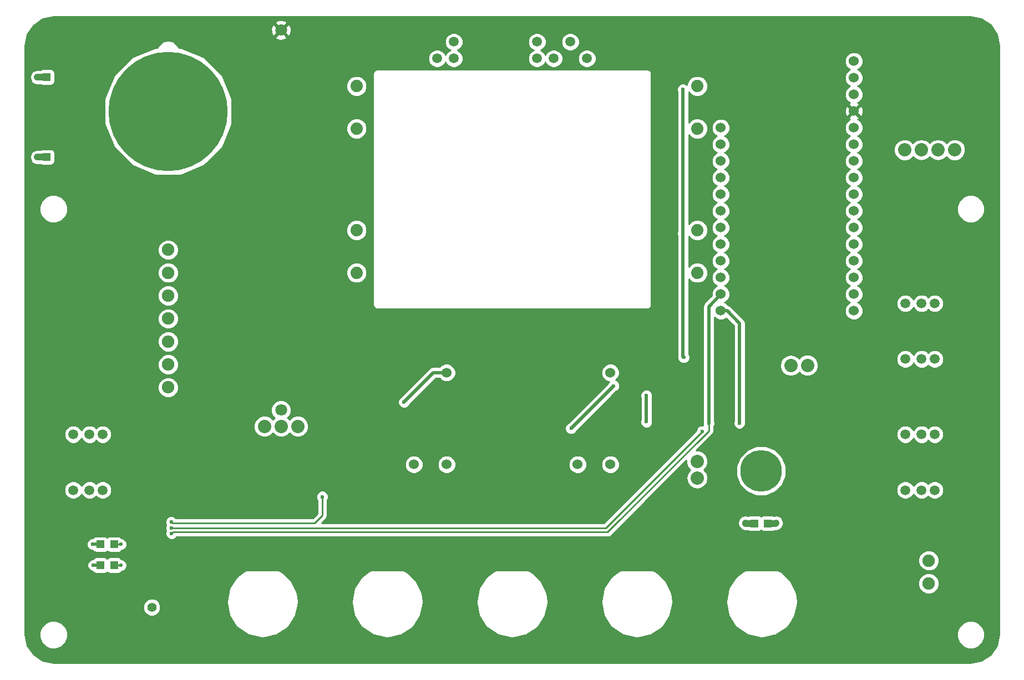
<source format=gtl>
G04 #@! TF.FileFunction,Copper,L1,Top,Signal*
%FSLAX46Y46*%
G04 Gerber Fmt 4.6, Leading zero omitted, Abs format (unit mm)*
G04 Created by KiCad (PCBNEW (2015-06-26 BZR 5832)-product) date Mittwoch, 17. August 2016 'u55' 19:55:03*
%MOMM*%
G01*
G04 APERTURE LIST*
%ADD10C,0.150000*%
%ADD11C,3.400000*%
%ADD12C,1.500000*%
%ADD13R,1.198880X1.198880*%
%ADD14R,2.300000X2.900000*%
%ADD15C,1.524000*%
%ADD16C,2.032000*%
%ADD17O,2.032000X2.032000*%
%ADD18C,1.900000*%
%ADD19C,1.422400*%
%ADD20C,1.800000*%
%ADD21C,1.879600*%
%ADD22C,6.350000*%
%ADD23C,18.200000*%
%ADD24C,0.600000*%
%ADD25C,0.250000*%
%ADD26C,0.500000*%
%ADD27C,1.000000*%
%ADD28C,0.254000*%
G04 APERTURE END LIST*
D10*
D11*
X74930000Y-111600000D03*
X74930000Y-118400000D03*
X88070000Y-111600000D03*
X88070000Y-118400000D03*
D12*
X78000000Y-109420000D03*
X80500000Y-109420000D03*
X82500000Y-109420000D03*
X85000000Y-109420000D03*
X78000000Y-117920000D03*
X80500000Y-117920000D03*
X82500000Y-117920000D03*
X85000000Y-117920000D03*
D11*
X201930000Y-91600000D03*
X201930000Y-98400000D03*
X215070000Y-91600000D03*
X215070000Y-98400000D03*
D12*
X205000000Y-89420000D03*
X207500000Y-89420000D03*
X209500000Y-89420000D03*
X212000000Y-89420000D03*
X205000000Y-97920000D03*
X207500000Y-97920000D03*
X209500000Y-97920000D03*
X212000000Y-97920000D03*
D11*
X201930000Y-111600000D03*
X201930000Y-118400000D03*
X215070000Y-111600000D03*
X215070000Y-118400000D03*
D12*
X205000000Y-109420000D03*
X207500000Y-109420000D03*
X209500000Y-109420000D03*
X212000000Y-109420000D03*
X205000000Y-117920000D03*
X207500000Y-117920000D03*
X209500000Y-117920000D03*
X212000000Y-117920000D03*
D13*
X73950980Y-67100000D03*
X76049020Y-67100000D03*
X73950980Y-54900000D03*
X76049020Y-54900000D03*
X181950980Y-123000000D03*
X184049020Y-123000000D03*
X82150980Y-126200000D03*
X84249020Y-126200000D03*
X82150980Y-129400000D03*
X84249020Y-129400000D03*
D14*
X138100000Y-107000000D03*
D15*
X130000000Y-100000000D03*
X135000000Y-100000000D03*
X130000000Y-114000000D03*
X132500000Y-114000000D03*
X135000000Y-114000000D03*
D14*
X126900000Y-107000000D03*
X163100000Y-107000000D03*
D15*
X155000000Y-100000000D03*
X160000000Y-100000000D03*
X155000000Y-114000000D03*
X157500000Y-114000000D03*
X160000000Y-114000000D03*
D14*
X151900000Y-107000000D03*
D16*
X112268000Y-108204000D03*
X109728000Y-108204000D03*
X107188000Y-108204000D03*
X190070000Y-98900000D03*
D17*
X187530000Y-98900000D03*
D18*
X208581500Y-125180500D03*
X208581500Y-132180500D03*
X208581500Y-128680500D03*
X92500000Y-81250000D03*
X92500000Y-84750000D03*
X92500000Y-88250000D03*
X92500000Y-105750000D03*
X92500000Y-102250000D03*
X92500000Y-98750000D03*
X92500000Y-95250000D03*
X92500000Y-91750000D03*
D16*
X204924000Y-65990000D03*
D17*
X207464000Y-65990000D03*
D16*
X212544000Y-65990000D03*
D17*
X210004000Y-65990000D03*
D16*
X173228000Y-113538000D03*
D17*
X173228000Y-116078000D03*
D19*
X89998220Y-135800000D03*
X88001780Y-135800000D03*
D20*
X109728000Y-105708000D03*
X109728000Y-47708000D03*
D21*
X168739400Y-84751200D03*
X168739400Y-78248800D03*
X173260600Y-84751200D03*
X173260600Y-78248800D03*
X168739400Y-62751200D03*
X168739400Y-56248800D03*
X173260600Y-62751200D03*
X173260600Y-56248800D03*
X116739400Y-62751200D03*
X116739400Y-56248800D03*
X121260600Y-62751200D03*
X121260600Y-56248800D03*
X116739400Y-84751200D03*
X116739400Y-78248800D03*
X121260600Y-84751200D03*
X121260600Y-78248800D03*
D15*
X197160000Y-70230000D03*
X197160000Y-67690000D03*
X197160000Y-65150000D03*
X197160000Y-62610000D03*
X197160000Y-60070000D03*
X197160000Y-57530000D03*
X197160000Y-54990000D03*
X197160000Y-52450000D03*
X197160000Y-72770000D03*
X197160000Y-75310000D03*
X197160000Y-77850000D03*
X197160000Y-80390000D03*
X197160000Y-82930000D03*
X197160000Y-85470000D03*
X197160000Y-88010000D03*
X197160000Y-90550000D03*
X176840000Y-90550000D03*
X176840000Y-88010000D03*
X176840000Y-85470000D03*
X176840000Y-82930000D03*
X176840000Y-80390000D03*
X176840000Y-77850000D03*
X176840000Y-75310000D03*
X176840000Y-72770000D03*
X176840000Y-70230000D03*
X176840000Y-67690000D03*
X176840000Y-65150000D03*
X176840000Y-62610000D03*
D12*
X133570000Y-49500000D03*
X143730000Y-52040000D03*
X141190000Y-52040000D03*
X138650000Y-52040000D03*
X136110000Y-52040000D03*
X133570000Y-52040000D03*
X146270000Y-52040000D03*
X148810000Y-52040000D03*
X151350000Y-52040000D03*
X153890000Y-52040000D03*
X156430000Y-52040000D03*
X136110000Y-49500000D03*
X138650000Y-49500000D03*
X141190000Y-49500000D03*
X143730000Y-49500000D03*
X146270000Y-49500000D03*
X148810000Y-49500000D03*
X151350000Y-49500000D03*
X153890000Y-49500000D03*
X156430000Y-49500000D03*
D22*
X183000000Y-115000000D03*
D23*
X92500000Y-60100000D03*
D24*
X89916000Y-122872500D03*
X87947500Y-123507500D03*
X127889000Y-111887000D03*
X93718000Y-135324000D03*
X110998000Y-113665000D03*
X118237000Y-118999000D03*
X178689000Y-105156000D03*
X166000000Y-111500000D03*
X116014500Y-118935500D03*
X92964000Y-122809000D03*
X171069000Y-56769000D03*
X171069000Y-78740000D03*
X171196000Y-97663000D03*
X165500000Y-103500000D03*
X165500000Y-107500000D03*
X154000000Y-108500000D03*
X160500000Y-102000000D03*
X72500000Y-67100000D03*
X72500000Y-54900000D03*
X180594000Y-122936000D03*
X81000000Y-126200000D03*
X85300000Y-126200000D03*
X81100000Y-129400000D03*
X85300000Y-129400000D03*
X128500000Y-104500000D03*
X92964000Y-123698000D03*
X173990000Y-108966000D03*
X179705000Y-107696000D03*
X93027500Y-124523500D03*
X175006000Y-107696000D03*
X185293000Y-122936000D03*
D25*
X116014500Y-121793000D02*
X116014500Y-118935500D01*
X114871500Y-122936000D02*
X116014500Y-121793000D01*
X93091000Y-122936000D02*
X114871500Y-122936000D01*
X92964000Y-122809000D02*
X93091000Y-122936000D01*
D26*
X171069000Y-78740000D02*
X171069000Y-56769000D01*
X171069000Y-97536000D02*
X171069000Y-78740000D01*
X171196000Y-97663000D02*
X171069000Y-97536000D01*
X165500000Y-107500000D02*
X165500000Y-103500000D01*
X160500000Y-102000000D02*
X154000000Y-108500000D01*
D27*
X72500000Y-67100000D02*
X73950980Y-67100000D01*
X72500000Y-54900000D02*
X73950980Y-54900000D01*
X181950980Y-123000000D02*
X180658000Y-123000000D01*
X180658000Y-123000000D02*
X180594000Y-122936000D01*
D26*
X81000000Y-126200000D02*
X82150980Y-126200000D01*
D25*
X85300000Y-126200000D02*
X84249020Y-126200000D01*
D26*
X81100000Y-129400000D02*
X82150980Y-129400000D01*
D25*
X85300000Y-129400000D02*
X84249020Y-129400000D01*
D26*
X135000000Y-100000000D02*
X133000000Y-100000000D01*
X133000000Y-100000000D02*
X128500000Y-104500000D01*
D25*
X159258000Y-123698000D02*
X92964000Y-123698000D01*
X173990000Y-108966000D02*
X159258000Y-123698000D01*
D26*
X177799000Y-90550000D02*
X176840000Y-90550000D01*
X179705000Y-92456000D02*
X177799000Y-90550000D01*
X179705000Y-95504000D02*
X179705000Y-92456000D01*
X179705000Y-107696000D02*
X179705000Y-95504000D01*
D25*
X175006000Y-107696000D02*
X175006000Y-108902500D01*
X93218000Y-124333000D02*
X93027500Y-124523500D01*
X159575500Y-124333000D02*
X93218000Y-124333000D01*
X175006000Y-108902500D02*
X159575500Y-124333000D01*
D26*
X175006000Y-89916000D02*
X176840000Y-88082000D01*
X175006000Y-107696000D02*
X175006000Y-89916000D01*
X176840000Y-88082000D02*
X176840000Y-88010000D01*
D27*
X184049020Y-123000000D02*
X185229000Y-123000000D01*
X185229000Y-123000000D02*
X185293000Y-122936000D01*
D28*
G36*
X216646142Y-46025858D02*
X218041676Y-46958323D01*
X218974142Y-48353856D01*
X219315000Y-50067467D01*
X219315000Y-139932533D01*
X218974142Y-141646144D01*
X218041676Y-143041677D01*
X216646142Y-143974142D01*
X214932533Y-144315000D01*
X75067467Y-144315000D01*
X73353856Y-143974142D01*
X71958323Y-143041676D01*
X71025858Y-141646142D01*
X70685000Y-139932533D01*
X70685000Y-138189090D01*
X73792273Y-138189090D01*
X73191200Y-138789114D01*
X72865501Y-139573485D01*
X72864760Y-140422789D01*
X73189090Y-141207727D01*
X73789114Y-141808800D01*
X74573485Y-142134499D01*
X75422789Y-142135240D01*
X76207727Y-141810910D01*
X76808800Y-141210886D01*
X76810111Y-141207727D01*
X213189090Y-141207727D01*
X213789114Y-141808800D01*
X214573485Y-142134499D01*
X215422789Y-142135240D01*
X216207727Y-141810910D01*
X216808800Y-141210886D01*
X217134499Y-140426515D01*
X217135240Y-139577211D01*
X216810910Y-138792273D01*
X216210886Y-138191200D01*
X215426515Y-137865501D01*
X214577211Y-137864760D01*
X213792273Y-138189090D01*
X187443728Y-138189090D01*
X188092629Y-137217942D01*
X188122249Y-137146434D01*
X188198644Y-136962001D01*
X188561358Y-135138514D01*
X188561358Y-135022796D01*
X188568926Y-134907327D01*
X188406563Y-133674054D01*
X188369364Y-133564471D01*
X188339416Y-133452702D01*
X187517109Y-131785227D01*
X187348464Y-131565446D01*
X186516713Y-130836019D01*
X207684843Y-130836019D01*
X207238586Y-131281497D01*
X206996776Y-131863841D01*
X206996225Y-132494393D01*
X207237019Y-133077157D01*
X207682497Y-133523414D01*
X208264841Y-133765224D01*
X208895393Y-133765775D01*
X209478157Y-133524981D01*
X209924414Y-133079503D01*
X210166224Y-132497159D01*
X210166775Y-131866607D01*
X209925981Y-131283843D01*
X209480503Y-130837586D01*
X208898159Y-130595776D01*
X208267607Y-130595225D01*
X207684843Y-130836019D01*
X186516713Y-130836019D01*
X185950636Y-130339583D01*
X185851075Y-130282101D01*
X185756705Y-130219046D01*
X185734056Y-130214541D01*
X185710722Y-130201069D01*
X185579435Y-130183784D01*
X185485000Y-130165000D01*
X185436755Y-130165000D01*
X185436064Y-130164909D01*
X185435724Y-130165000D01*
X180715000Y-130165000D01*
X180634762Y-130180960D01*
X180533739Y-130187582D01*
X180487947Y-130210164D01*
X180443295Y-130219046D01*
X180368235Y-130269199D01*
X180285280Y-130310108D01*
X179298416Y-131067355D01*
X179222121Y-131154353D01*
X179140292Y-131236182D01*
X178107371Y-132782058D01*
X178107371Y-132782059D01*
X178001356Y-133037999D01*
X177638642Y-134861486D01*
X177638643Y-135000000D01*
X177638642Y-135138514D01*
X178001356Y-136962001D01*
X178076320Y-137142978D01*
X178107371Y-137217942D01*
X179140292Y-138763818D01*
X179336181Y-138959707D01*
X180882058Y-139992629D01*
X181137999Y-140098644D01*
X182961486Y-140461358D01*
X183238514Y-140461358D01*
X185062001Y-140098644D01*
X185242978Y-140023680D01*
X185317942Y-139992629D01*
X186863818Y-138959708D01*
X187059707Y-138763819D01*
X187443728Y-138189090D01*
X213792273Y-138189090D01*
X187443728Y-138189090D01*
X187443728Y-138189090D01*
X213792273Y-138189090D01*
X213191200Y-138789114D01*
X212865501Y-139573485D01*
X212864760Y-140422789D01*
X213189090Y-141207727D01*
X76810111Y-141207727D01*
X77134499Y-140426515D01*
X77134877Y-139992629D01*
X104682058Y-139992629D01*
X104937999Y-140098644D01*
X106761486Y-140461358D01*
X107038514Y-140461358D01*
X108862001Y-140098644D01*
X109042978Y-140023680D01*
X109117942Y-139992629D01*
X123732058Y-139992629D01*
X109117942Y-139992629D01*
X109117942Y-139992629D01*
X123732058Y-139992629D01*
X123987999Y-140098644D01*
X125811486Y-140461358D01*
X126088514Y-140461358D01*
X127912001Y-140098644D01*
X128092978Y-140023680D01*
X128167942Y-139992629D01*
X142782058Y-139992629D01*
X143037999Y-140098644D01*
X144861486Y-140461358D01*
X145138514Y-140461358D01*
X146962001Y-140098644D01*
X147142978Y-140023680D01*
X147217942Y-139992629D01*
X161832058Y-139992629D01*
X147217942Y-139992629D01*
X147217942Y-139992629D01*
X161832058Y-139992629D01*
X162087999Y-140098644D01*
X163911486Y-140461358D01*
X164188514Y-140461358D01*
X166012001Y-140098644D01*
X166192978Y-140023680D01*
X166267942Y-139992629D01*
X167813818Y-138959708D01*
X168009707Y-138763819D01*
X169042629Y-137217942D01*
X169072249Y-137146434D01*
X169148644Y-136962001D01*
X169511358Y-135138514D01*
X169511358Y-135022796D01*
X169518926Y-134907327D01*
X169356563Y-133674054D01*
X169319364Y-133564471D01*
X169289416Y-133452702D01*
X168467109Y-131785227D01*
X168298464Y-131565446D01*
X166900636Y-130339583D01*
X166801075Y-130282101D01*
X166706705Y-130219046D01*
X166684056Y-130214541D01*
X166660722Y-130201069D01*
X166529435Y-130183784D01*
X166435000Y-130165000D01*
X166386755Y-130165000D01*
X166386064Y-130164909D01*
X166385724Y-130165000D01*
X161665000Y-130165000D01*
X161584762Y-130180960D01*
X161483739Y-130187582D01*
X161437947Y-130210164D01*
X161393295Y-130219046D01*
X161318235Y-130269199D01*
X161235280Y-130310108D01*
X160248416Y-131067355D01*
X160172121Y-131154353D01*
X160090292Y-131236182D01*
X159057371Y-132782058D01*
X159057371Y-132782059D01*
X158951356Y-133037999D01*
X158588642Y-134861486D01*
X158588643Y-135000000D01*
X158588642Y-135138514D01*
X158951356Y-136962001D01*
X159026320Y-137142978D01*
X159057371Y-137217942D01*
X160090292Y-138763818D01*
X160286181Y-138959707D01*
X161832058Y-139992629D01*
X147217942Y-139992629D01*
X147217942Y-139992629D01*
X148763818Y-138959708D01*
X148959707Y-138763819D01*
X149992629Y-137217942D01*
X150022249Y-137146434D01*
X150098644Y-136962001D01*
X150461358Y-135138514D01*
X150461358Y-135022796D01*
X150468926Y-134907327D01*
X150306563Y-133674054D01*
X150269364Y-133564471D01*
X150239416Y-133452702D01*
X149417109Y-131785227D01*
X149248464Y-131565446D01*
X147850636Y-130339583D01*
X147751075Y-130282101D01*
X147656705Y-130219046D01*
X147634056Y-130214541D01*
X147610722Y-130201069D01*
X147479435Y-130183784D01*
X147385000Y-130165000D01*
X147336755Y-130165000D01*
X147336064Y-130164909D01*
X147335724Y-130165000D01*
X142615000Y-130165000D01*
X142534762Y-130180960D01*
X142433739Y-130187582D01*
X142387947Y-130210164D01*
X142343295Y-130219046D01*
X142268235Y-130269199D01*
X142185280Y-130310108D01*
X141198416Y-131067355D01*
X141122121Y-131154353D01*
X141040292Y-131236182D01*
X140007371Y-132782058D01*
X140007371Y-132782059D01*
X139901356Y-133037999D01*
X139538642Y-134861486D01*
X139538643Y-135000000D01*
X139538642Y-135138514D01*
X139901356Y-136962001D01*
X139976320Y-137142978D01*
X140007371Y-137217942D01*
X141040292Y-138763818D01*
X141236181Y-138959707D01*
X142782058Y-139992629D01*
X128167942Y-139992629D01*
X128167942Y-139992629D01*
X129713818Y-138959708D01*
X129909707Y-138763819D01*
X130942629Y-137217942D01*
X130972249Y-137146434D01*
X131048644Y-136962001D01*
X131411358Y-135138514D01*
X131411358Y-135022796D01*
X131418926Y-134907327D01*
X131256563Y-133674054D01*
X131219364Y-133564471D01*
X131189416Y-133452702D01*
X130367109Y-131785227D01*
X130198464Y-131565446D01*
X128800636Y-130339583D01*
X128701075Y-130282101D01*
X128606705Y-130219046D01*
X128584056Y-130214541D01*
X128560722Y-130201069D01*
X128429435Y-130183784D01*
X128335000Y-130165000D01*
X128286755Y-130165000D01*
X128286064Y-130164909D01*
X128285724Y-130165000D01*
X123565000Y-130165000D01*
X123484762Y-130180960D01*
X123383739Y-130187582D01*
X123337947Y-130210164D01*
X123293295Y-130219046D01*
X123218235Y-130269199D01*
X123135280Y-130310108D01*
X122148416Y-131067355D01*
X122072121Y-131154353D01*
X121990292Y-131236182D01*
X120957371Y-132782058D01*
X120957371Y-132782059D01*
X120851356Y-133037999D01*
X120488642Y-134861486D01*
X120488643Y-135000000D01*
X120488642Y-135138514D01*
X120851356Y-136962001D01*
X120926320Y-137142978D01*
X120957371Y-137217942D01*
X121990292Y-138763818D01*
X122186181Y-138959707D01*
X123732058Y-139992629D01*
X109117942Y-139992629D01*
X109117942Y-139992629D01*
X110663818Y-138959708D01*
X110859707Y-138763819D01*
X111892629Y-137217942D01*
X111922249Y-137146434D01*
X111998644Y-136962001D01*
X112361358Y-135138514D01*
X112361358Y-135022796D01*
X112368926Y-134907327D01*
X112206563Y-133674054D01*
X112169364Y-133564471D01*
X112139416Y-133452702D01*
X111317109Y-131785227D01*
X111148464Y-131565446D01*
X109750636Y-130339583D01*
X109651075Y-130282101D01*
X109556705Y-130219046D01*
X109534056Y-130214541D01*
X109510722Y-130201069D01*
X109379435Y-130183784D01*
X109285000Y-130165000D01*
X109236755Y-130165000D01*
X109236064Y-130164909D01*
X109235724Y-130165000D01*
X104515000Y-130165000D01*
X104434762Y-130180960D01*
X104333739Y-130187582D01*
X104287947Y-130210164D01*
X104243295Y-130219046D01*
X104168235Y-130269199D01*
X104085280Y-130310108D01*
X103098416Y-131067355D01*
X103022121Y-131154353D01*
X102940292Y-131236182D01*
X101907371Y-132782058D01*
X101907371Y-132782059D01*
X101801356Y-133037999D01*
X101438642Y-134861486D01*
X101438643Y-135000000D01*
X101438642Y-135138514D01*
X101801356Y-136962001D01*
X101876320Y-137142978D01*
X101907371Y-137217942D01*
X102940292Y-138763818D01*
X103136181Y-138959707D01*
X104682058Y-139992629D01*
X77134877Y-139992629D01*
X77135240Y-139577211D01*
X76810910Y-138792273D01*
X76210886Y-138191200D01*
X75426515Y-137865501D01*
X74577211Y-137864760D01*
X73792273Y-138189090D01*
X70685000Y-138189090D01*
X70685000Y-134658081D01*
X89236655Y-134658081D01*
X88857632Y-135036443D01*
X88652254Y-135531049D01*
X88651786Y-136066601D01*
X88856301Y-136561565D01*
X89234663Y-136940588D01*
X89729269Y-137145966D01*
X90264821Y-137146434D01*
X90759785Y-136941919D01*
X91138808Y-136563557D01*
X91344186Y-136068951D01*
X91344654Y-135533399D01*
X91140139Y-135038435D01*
X90761777Y-134659412D01*
X90267171Y-134454034D01*
X89731619Y-134453566D01*
X89236655Y-134658081D01*
X70685000Y-134658081D01*
X70685000Y-128153120D01*
X81551540Y-128153120D01*
X81309417Y-128200097D01*
X81096613Y-128339887D01*
X81012212Y-128464923D01*
X80914833Y-128464838D01*
X80571057Y-128606883D01*
X80307808Y-128869673D01*
X80165162Y-129213201D01*
X80164838Y-129585167D01*
X80306883Y-129928943D01*
X80569673Y-130192192D01*
X80913201Y-130334838D01*
X81012406Y-130334924D01*
X81090867Y-130454367D01*
X81301900Y-130596817D01*
X81551540Y-130646880D01*
X82750420Y-130646880D01*
X82992543Y-130599903D01*
X83201329Y-130462752D01*
X83399940Y-130596817D01*
X83649580Y-130646880D01*
X84848460Y-130646880D01*
X85090583Y-130599903D01*
X85303387Y-130460113D01*
X85387788Y-130335077D01*
X85485167Y-130335162D01*
X85828943Y-130193117D01*
X86092192Y-129930327D01*
X86234838Y-129586799D01*
X86235162Y-129214833D01*
X86093117Y-128871057D01*
X85830327Y-128607808D01*
X85486799Y-128465162D01*
X85387594Y-128465076D01*
X85309133Y-128345633D01*
X85098100Y-128203183D01*
X84848460Y-128153120D01*
X83649580Y-128153120D01*
X83407457Y-128200097D01*
X83198671Y-128337248D01*
X83000060Y-128203183D01*
X82750420Y-128153120D01*
X81551540Y-128153120D01*
X70685000Y-128153120D01*
X70685000Y-127781497D01*
X207238586Y-127781497D01*
X206996776Y-128363841D01*
X206996225Y-128994393D01*
X207237019Y-129577157D01*
X207682497Y-130023414D01*
X208264841Y-130265224D01*
X208895393Y-130265775D01*
X209478157Y-130024981D01*
X209924414Y-129579503D01*
X210166224Y-128997159D01*
X210166775Y-128366607D01*
X209925981Y-127783843D01*
X209480503Y-127337586D01*
X208898159Y-127095776D01*
X208267607Y-127095225D01*
X207684843Y-127336019D01*
X85187834Y-127336019D01*
X85303387Y-127260113D01*
X85387788Y-127135077D01*
X85485167Y-127135162D01*
X85828943Y-126993117D01*
X86092192Y-126730327D01*
X86234838Y-126386799D01*
X86235162Y-126014833D01*
X86093117Y-125671057D01*
X85830327Y-125407808D01*
X85486799Y-125265162D01*
X85387594Y-125265076D01*
X85309133Y-125145633D01*
X85098100Y-125003183D01*
X84848460Y-124953120D01*
X83649580Y-124953120D01*
X83407457Y-125000097D01*
X83198671Y-125137248D01*
X83000060Y-125003183D01*
X82750420Y-124953120D01*
X81551540Y-124953120D01*
X81309417Y-125000097D01*
X81096613Y-125139887D01*
X81012153Y-125265010D01*
X80814833Y-125264838D01*
X80471057Y-125406883D01*
X80207808Y-125669673D01*
X80065162Y-126013201D01*
X80064838Y-126385167D01*
X80206883Y-126728943D01*
X80469673Y-126992192D01*
X80813201Y-127134838D01*
X81012463Y-127135012D01*
X81090867Y-127254367D01*
X81301900Y-127396817D01*
X81551540Y-127446880D01*
X82750420Y-127446880D01*
X82992543Y-127399903D01*
X83201329Y-127262752D01*
X83399940Y-127396817D01*
X83649580Y-127446880D01*
X84848460Y-127446880D01*
X85090583Y-127399903D01*
X85187834Y-127336019D01*
X207684843Y-127336019D01*
X85187834Y-127336019D01*
X85187834Y-127336019D01*
X207684843Y-127336019D01*
X207238586Y-127781497D01*
X70685000Y-127781497D01*
X70685000Y-119464443D01*
X115221383Y-119464443D01*
X115254500Y-119497618D01*
X115254500Y-121478198D01*
X114556698Y-122176000D01*
X93653241Y-122176000D01*
X93494327Y-122016808D01*
X93150799Y-121874162D01*
X92778833Y-121873838D01*
X92435057Y-122015883D01*
X92171808Y-122278673D01*
X92029162Y-122622201D01*
X92028838Y-122994167D01*
X92136080Y-123253714D01*
X92029162Y-123511201D01*
X92028838Y-123883167D01*
X92154601Y-124187537D01*
X92092662Y-124336701D01*
X92092338Y-124708667D01*
X92234383Y-125052443D01*
X92497173Y-125315692D01*
X92840701Y-125458338D01*
X93212667Y-125458662D01*
X93556443Y-125316617D01*
X93780451Y-125093000D01*
X159575500Y-125093000D01*
X159866339Y-125035148D01*
X160112901Y-124870401D01*
X160786485Y-124196817D01*
X181101900Y-124196817D01*
X181351540Y-124246880D01*
X182550420Y-124246880D01*
X182792543Y-124199903D01*
X183001329Y-124062752D01*
X183199940Y-124196817D01*
X183449580Y-124246880D01*
X184648460Y-124246880D01*
X184890583Y-124199903D01*
X184989386Y-124135000D01*
X185229000Y-124135000D01*
X185663346Y-124048603D01*
X186031566Y-123802566D01*
X186095566Y-123738566D01*
X186341604Y-123370345D01*
X186428000Y-122936000D01*
X186341604Y-122501654D01*
X186095566Y-122133434D01*
X185727346Y-121887396D01*
X185293000Y-121801000D01*
X184985484Y-121862168D01*
X184898100Y-121803183D01*
X184648460Y-121753120D01*
X183449580Y-121753120D01*
X183207457Y-121800097D01*
X182998671Y-121937248D01*
X182800060Y-121803183D01*
X182550420Y-121753120D01*
X181351540Y-121753120D01*
X181109417Y-121800097D01*
X181010614Y-121865000D01*
X180915748Y-121865000D01*
X180594000Y-121801000D01*
X180159655Y-121887397D01*
X179791434Y-122133434D01*
X179545397Y-122501655D01*
X179459000Y-122936000D01*
X179545397Y-123370345D01*
X179791434Y-123738566D01*
X179855434Y-123802566D01*
X180223655Y-124048604D01*
X180658000Y-124135000D01*
X181010321Y-124135000D01*
X181101900Y-124196817D01*
X160786485Y-124196817D01*
X165889841Y-119093461D01*
X204214436Y-119093461D01*
X204723298Y-119304759D01*
X205274285Y-119305240D01*
X205783515Y-119094831D01*
X206173461Y-118705564D01*
X206249927Y-118521414D01*
X206325169Y-118703515D01*
X206714436Y-119093461D01*
X207223298Y-119304759D01*
X207774285Y-119305240D01*
X208283515Y-119094831D01*
X208500036Y-118878687D01*
X208714436Y-119093461D01*
X209223298Y-119304759D01*
X209774285Y-119305240D01*
X210283515Y-119094831D01*
X210673461Y-118705564D01*
X210884759Y-118196702D01*
X210885240Y-117645715D01*
X210674831Y-117136485D01*
X210285564Y-116746539D01*
X209776702Y-116535241D01*
X209225715Y-116534760D01*
X208716485Y-116745169D01*
X208499964Y-116961313D01*
X208285564Y-116746539D01*
X207776702Y-116535241D01*
X207225715Y-116534760D01*
X206716485Y-116745169D01*
X206326539Y-117134436D01*
X206250073Y-117318586D01*
X206174831Y-117136485D01*
X205785564Y-116746539D01*
X205276702Y-116535241D01*
X204725715Y-116534760D01*
X186488118Y-116534760D01*
X186809337Y-115761181D01*
X186810660Y-114245469D01*
X186231844Y-112844628D01*
X185161009Y-111771923D01*
X183761181Y-111190663D01*
X182245469Y-111189340D01*
X180844628Y-111768156D01*
X179771923Y-112838991D01*
X179190663Y-114238819D01*
X179189340Y-115754531D01*
X179768156Y-117155372D01*
X180838991Y-118228077D01*
X182238819Y-118809337D01*
X183754531Y-118810660D01*
X185155372Y-118231844D01*
X186228077Y-117161009D01*
X186488118Y-116534760D01*
X204725715Y-116534760D01*
X186488118Y-116534760D01*
X186488118Y-116534760D01*
X204725715Y-116534760D01*
X204216485Y-116745169D01*
X203826539Y-117134436D01*
X203615241Y-117643298D01*
X203614760Y-118194285D01*
X203825169Y-118703515D01*
X204214436Y-119093461D01*
X165889841Y-119093461D01*
X171577114Y-113406188D01*
X171576714Y-113864963D01*
X171827534Y-114471995D01*
X172164037Y-114809085D01*
X172060567Y-114878222D01*
X171702675Y-115413845D01*
X171577000Y-116045655D01*
X171577000Y-116110345D01*
X171702675Y-116742155D01*
X172060567Y-117277778D01*
X172596190Y-117635670D01*
X173228000Y-117761345D01*
X173859810Y-117635670D01*
X174395433Y-117277778D01*
X174753325Y-116742155D01*
X174879000Y-116110345D01*
X174879000Y-116045655D01*
X174753325Y-115413845D01*
X174395433Y-114878222D01*
X174291746Y-114808941D01*
X174626834Y-114474437D01*
X174878713Y-113867845D01*
X174879286Y-113211037D01*
X174628466Y-112604005D01*
X174164437Y-112139166D01*
X173557845Y-111887287D01*
X173096418Y-111886884D01*
X175543401Y-109439901D01*
X175708148Y-109193340D01*
X175766000Y-108902500D01*
X175766000Y-108258463D01*
X175798192Y-108226327D01*
X175940838Y-107882799D01*
X175941162Y-107510833D01*
X175891000Y-107389431D01*
X175891000Y-91576725D01*
X176047630Y-91733629D01*
X176560900Y-91946757D01*
X177116661Y-91947242D01*
X177630303Y-91735010D01*
X177681411Y-91683991D01*
X178820000Y-92822579D01*
X178820000Y-107389178D01*
X178770162Y-107509201D01*
X178769838Y-107881167D01*
X178911883Y-108224943D01*
X179174673Y-108488192D01*
X179518201Y-108630838D01*
X179890167Y-108631162D01*
X180233943Y-108489117D01*
X180497192Y-108226327D01*
X180576737Y-108034760D01*
X204725715Y-108034760D01*
X204216485Y-108245169D01*
X203826539Y-108634436D01*
X203615241Y-109143298D01*
X203614760Y-109694285D01*
X203825169Y-110203515D01*
X204214436Y-110593461D01*
X204723298Y-110804759D01*
X205274285Y-110805240D01*
X205783515Y-110594831D01*
X206173461Y-110205564D01*
X206249927Y-110021414D01*
X206325169Y-110203515D01*
X206714436Y-110593461D01*
X207223298Y-110804759D01*
X207774285Y-110805240D01*
X208283515Y-110594831D01*
X208500036Y-110378687D01*
X208714436Y-110593461D01*
X209223298Y-110804759D01*
X209774285Y-110805240D01*
X210283515Y-110594831D01*
X210673461Y-110205564D01*
X210884759Y-109696702D01*
X210885240Y-109145715D01*
X210674831Y-108636485D01*
X210285564Y-108246539D01*
X209776702Y-108035241D01*
X209225715Y-108034760D01*
X208716485Y-108245169D01*
X208499964Y-108461313D01*
X208285564Y-108246539D01*
X207776702Y-108035241D01*
X207225715Y-108034760D01*
X206716485Y-108245169D01*
X206326539Y-108634436D01*
X206250073Y-108818586D01*
X206174831Y-108636485D01*
X205785564Y-108246539D01*
X205276702Y-108035241D01*
X204725715Y-108034760D01*
X180576737Y-108034760D01*
X180639838Y-107882799D01*
X180640162Y-107510833D01*
X180590000Y-107389431D01*
X180590000Y-97249000D01*
X187497655Y-97249000D01*
X186865845Y-97374675D01*
X186330222Y-97732567D01*
X185972330Y-98268190D01*
X185846655Y-98900000D01*
X185972330Y-99531810D01*
X186330222Y-100067433D01*
X186865845Y-100425325D01*
X187497655Y-100551000D01*
X187562345Y-100551000D01*
X188194155Y-100425325D01*
X188729778Y-100067433D01*
X188799059Y-99963746D01*
X189133563Y-100298834D01*
X189740155Y-100550713D01*
X190396963Y-100551286D01*
X191003995Y-100300466D01*
X191468834Y-99836437D01*
X191720713Y-99229845D01*
X191721286Y-98573037D01*
X191470466Y-97966005D01*
X191006437Y-97501166D01*
X190399845Y-97249287D01*
X189743037Y-97248714D01*
X189136005Y-97499534D01*
X188798915Y-97836037D01*
X188729778Y-97732567D01*
X188194155Y-97374675D01*
X187562345Y-97249000D01*
X187497655Y-97249000D01*
X180590000Y-97249000D01*
X180590000Y-96534760D01*
X204725715Y-96534760D01*
X204216485Y-96745169D01*
X203826539Y-97134436D01*
X203615241Y-97643298D01*
X203614760Y-98194285D01*
X203825169Y-98703515D01*
X204214436Y-99093461D01*
X204723298Y-99304759D01*
X205274285Y-99305240D01*
X205783515Y-99094831D01*
X206173461Y-98705564D01*
X206249927Y-98521414D01*
X206325169Y-98703515D01*
X206714436Y-99093461D01*
X207223298Y-99304759D01*
X207774285Y-99305240D01*
X208283515Y-99094831D01*
X208500036Y-98878687D01*
X208714436Y-99093461D01*
X209223298Y-99304759D01*
X209774285Y-99305240D01*
X210283515Y-99094831D01*
X210673461Y-98705564D01*
X210884759Y-98196702D01*
X210885240Y-97645715D01*
X210674831Y-97136485D01*
X210285564Y-96746539D01*
X209776702Y-96535241D01*
X209225715Y-96534760D01*
X208716485Y-96745169D01*
X208499964Y-96961313D01*
X208285564Y-96746539D01*
X207776702Y-96535241D01*
X207225715Y-96534760D01*
X206716485Y-96745169D01*
X206326539Y-97134436D01*
X206250073Y-97318586D01*
X206174831Y-97136485D01*
X205785564Y-96746539D01*
X205276702Y-96535241D01*
X204725715Y-96534760D01*
X180590000Y-96534760D01*
X180590000Y-92456005D01*
X180590001Y-92456000D01*
X180522633Y-92117326D01*
X180522633Y-92117325D01*
X180330790Y-91830210D01*
X180330787Y-91830208D01*
X178424790Y-89924210D01*
X178346210Y-89871705D01*
X178137675Y-89732367D01*
X178081484Y-89721190D01*
X177963053Y-89697632D01*
X177632370Y-89366371D01*
X177424488Y-89280051D01*
X177630303Y-89195010D01*
X178023629Y-88802370D01*
X178236757Y-88289100D01*
X178237242Y-87733339D01*
X178025010Y-87219697D01*
X177632370Y-86826371D01*
X177424488Y-86740051D01*
X177630303Y-86655010D01*
X178023629Y-86262370D01*
X178236757Y-85749100D01*
X178237242Y-85193339D01*
X178025010Y-84679697D01*
X177632370Y-84286371D01*
X177424488Y-84200051D01*
X177630303Y-84115010D01*
X178023629Y-83722370D01*
X178236757Y-83209100D01*
X178237242Y-82653339D01*
X178025010Y-82139697D01*
X177632370Y-81746371D01*
X177424488Y-81660051D01*
X177630303Y-81575010D01*
X178023629Y-81182370D01*
X178236757Y-80669100D01*
X178237242Y-80113339D01*
X178025010Y-79599697D01*
X177632370Y-79206371D01*
X177424488Y-79120051D01*
X177630303Y-79035010D01*
X178023629Y-78642370D01*
X178236757Y-78129100D01*
X178237242Y-77573339D01*
X178025010Y-77059697D01*
X177632370Y-76666371D01*
X177424488Y-76580051D01*
X177630303Y-76495010D01*
X178023629Y-76102370D01*
X178236757Y-75589100D01*
X178237242Y-75033339D01*
X178025010Y-74519697D01*
X177632370Y-74126371D01*
X177424488Y-74040051D01*
X177630303Y-73955010D01*
X178023629Y-73562370D01*
X178236757Y-73049100D01*
X178237242Y-72493339D01*
X178025010Y-71979697D01*
X177632370Y-71586371D01*
X177424488Y-71500051D01*
X177630303Y-71415010D01*
X178023629Y-71022370D01*
X178236757Y-70509100D01*
X178237242Y-69953339D01*
X178025010Y-69439697D01*
X177632370Y-69046371D01*
X177424488Y-68960051D01*
X177630303Y-68875010D01*
X178023629Y-68482370D01*
X178236757Y-67969100D01*
X178237242Y-67413339D01*
X178025010Y-66899697D01*
X177632370Y-66506371D01*
X177424488Y-66420051D01*
X177630303Y-66335010D01*
X178023629Y-65942370D01*
X178236757Y-65429100D01*
X178237242Y-64873339D01*
X178025010Y-64359697D01*
X177632370Y-63966371D01*
X177424488Y-63880051D01*
X177630303Y-63795010D01*
X178023629Y-63402370D01*
X178236757Y-62889100D01*
X178237242Y-62333339D01*
X178025010Y-61819697D01*
X177632370Y-61426371D01*
X177119100Y-61213243D01*
X176563339Y-61212758D01*
X173662121Y-61212758D01*
X173575221Y-61176674D01*
X172948727Y-61176127D01*
X172369713Y-61415371D01*
X171954000Y-61830359D01*
X171954000Y-61050213D01*
X196359392Y-61050213D01*
X196428857Y-61292397D01*
X196569318Y-61342509D01*
X196369697Y-61424990D01*
X195976371Y-61817630D01*
X195763243Y-62330900D01*
X195762758Y-62886661D01*
X195974990Y-63400303D01*
X196367630Y-63793629D01*
X196575512Y-63879949D01*
X196369697Y-63964990D01*
X195976371Y-64357630D01*
X195763243Y-64870900D01*
X195762758Y-65426661D01*
X195974990Y-65940303D01*
X196367630Y-66333629D01*
X196575512Y-66419949D01*
X196369697Y-66504990D01*
X195976371Y-66897630D01*
X195763243Y-67410900D01*
X195762758Y-67966661D01*
X195974990Y-68480303D01*
X196367630Y-68873629D01*
X196575512Y-68959949D01*
X196369697Y-69044990D01*
X195976371Y-69437630D01*
X195763243Y-69950900D01*
X195762758Y-70506661D01*
X195974990Y-71020303D01*
X196367630Y-71413629D01*
X196575512Y-71499949D01*
X196369697Y-71584990D01*
X195976371Y-71977630D01*
X195763243Y-72490900D01*
X195762758Y-73046661D01*
X195974990Y-73560303D01*
X196367630Y-73953629D01*
X196575512Y-74039949D01*
X196369697Y-74124990D01*
X195976371Y-74517630D01*
X195763243Y-75030900D01*
X195762758Y-75586661D01*
X195974990Y-76100303D01*
X196367630Y-76493629D01*
X196575512Y-76579949D01*
X196369697Y-76664990D01*
X195976371Y-77057630D01*
X195763243Y-77570900D01*
X195762758Y-78126661D01*
X195974990Y-78640303D01*
X196367630Y-79033629D01*
X196575512Y-79119949D01*
X196369697Y-79204990D01*
X195976371Y-79597630D01*
X195763243Y-80110900D01*
X195762758Y-80666661D01*
X195974990Y-81180303D01*
X196367630Y-81573629D01*
X196575512Y-81659949D01*
X196369697Y-81744990D01*
X195976371Y-82137630D01*
X195763243Y-82650900D01*
X195762758Y-83206661D01*
X195974990Y-83720303D01*
X196367630Y-84113629D01*
X196575512Y-84199949D01*
X196369697Y-84284990D01*
X195976371Y-84677630D01*
X195763243Y-85190900D01*
X195762758Y-85746661D01*
X195974990Y-86260303D01*
X196367630Y-86653629D01*
X196575512Y-86739949D01*
X196369697Y-86824990D01*
X195976371Y-87217630D01*
X195763243Y-87730900D01*
X195762758Y-88286661D01*
X195974990Y-88800303D01*
X196367630Y-89193629D01*
X196575512Y-89279949D01*
X196369697Y-89364990D01*
X195976371Y-89757630D01*
X195763243Y-90270900D01*
X195762758Y-90826661D01*
X195974990Y-91340303D01*
X196367630Y-91733629D01*
X196880900Y-91946757D01*
X197436661Y-91947242D01*
X197950303Y-91735010D01*
X198343629Y-91342370D01*
X198556757Y-90829100D01*
X198557242Y-90273339D01*
X198345010Y-89759697D01*
X197952370Y-89366371D01*
X197744488Y-89280051D01*
X197950303Y-89195010D01*
X198343629Y-88802370D01*
X198556757Y-88289100D01*
X198556978Y-88034760D01*
X204725715Y-88034760D01*
X204216485Y-88245169D01*
X203826539Y-88634436D01*
X203615241Y-89143298D01*
X203614760Y-89694285D01*
X203825169Y-90203515D01*
X204214436Y-90593461D01*
X204723298Y-90804759D01*
X205274285Y-90805240D01*
X205783515Y-90594831D01*
X206173461Y-90205564D01*
X206249927Y-90021414D01*
X206325169Y-90203515D01*
X206714436Y-90593461D01*
X207223298Y-90804759D01*
X207774285Y-90805240D01*
X208283515Y-90594831D01*
X208500036Y-90378687D01*
X208714436Y-90593461D01*
X209223298Y-90804759D01*
X209774285Y-90805240D01*
X210283515Y-90594831D01*
X210673461Y-90205564D01*
X210884759Y-89696702D01*
X210885240Y-89145715D01*
X210674831Y-88636485D01*
X210285564Y-88246539D01*
X209776702Y-88035241D01*
X209225715Y-88034760D01*
X208716485Y-88245169D01*
X208499964Y-88461313D01*
X208285564Y-88246539D01*
X207776702Y-88035241D01*
X207225715Y-88034760D01*
X206716485Y-88245169D01*
X206326539Y-88634436D01*
X206250073Y-88818586D01*
X206174831Y-88636485D01*
X205785564Y-88246539D01*
X205276702Y-88035241D01*
X204725715Y-88034760D01*
X198556978Y-88034760D01*
X198557242Y-87733339D01*
X198345010Y-87219697D01*
X197952370Y-86826371D01*
X197744488Y-86740051D01*
X197950303Y-86655010D01*
X198343629Y-86262370D01*
X198556757Y-85749100D01*
X198557242Y-85193339D01*
X198345010Y-84679697D01*
X197952370Y-84286371D01*
X197744488Y-84200051D01*
X197950303Y-84115010D01*
X198343629Y-83722370D01*
X198556757Y-83209100D01*
X198557242Y-82653339D01*
X198345010Y-82139697D01*
X197952370Y-81746371D01*
X197744488Y-81660051D01*
X197950303Y-81575010D01*
X198343629Y-81182370D01*
X198556757Y-80669100D01*
X198557242Y-80113339D01*
X198345010Y-79599697D01*
X197952370Y-79206371D01*
X197744488Y-79120051D01*
X197950303Y-79035010D01*
X198343629Y-78642370D01*
X198556757Y-78129100D01*
X198557242Y-77573339D01*
X198345010Y-77059697D01*
X197952370Y-76666371D01*
X197744488Y-76580051D01*
X197950303Y-76495010D01*
X198343629Y-76102370D01*
X198556757Y-75589100D01*
X198557242Y-75033339D01*
X198345010Y-74519697D01*
X197952370Y-74126371D01*
X197744488Y-74040051D01*
X197950303Y-73955010D01*
X198343629Y-73562370D01*
X198498628Y-73189090D01*
X213792273Y-73189090D01*
X213191200Y-73789114D01*
X212865501Y-74573485D01*
X212864760Y-75422789D01*
X213189090Y-76207727D01*
X213789114Y-76808800D01*
X214573485Y-77134499D01*
X215422789Y-77135240D01*
X216207727Y-76810910D01*
X216808800Y-76210886D01*
X217134499Y-75426515D01*
X217135240Y-74577211D01*
X216810910Y-73792273D01*
X216210886Y-73191200D01*
X215426515Y-72865501D01*
X214577211Y-72864760D01*
X213792273Y-73189090D01*
X198498628Y-73189090D01*
X198556757Y-73049100D01*
X198557242Y-72493339D01*
X198345010Y-71979697D01*
X197952370Y-71586371D01*
X197744488Y-71500051D01*
X197950303Y-71415010D01*
X198343629Y-71022370D01*
X198556757Y-70509100D01*
X198557242Y-69953339D01*
X198345010Y-69439697D01*
X197952370Y-69046371D01*
X197744488Y-68960051D01*
X197950303Y-68875010D01*
X198343629Y-68482370D01*
X198556757Y-67969100D01*
X198557242Y-67413339D01*
X198345010Y-66899697D01*
X197952370Y-66506371D01*
X197744488Y-66420051D01*
X197950303Y-66335010D01*
X198343629Y-65942370D01*
X198556757Y-65429100D01*
X198557242Y-64873339D01*
X198345010Y-64359697D01*
X198324064Y-64338714D01*
X204597037Y-64338714D01*
X203990005Y-64589534D01*
X203525166Y-65053563D01*
X203273287Y-65660155D01*
X203272714Y-66316963D01*
X203523534Y-66923995D01*
X203987563Y-67388834D01*
X204594155Y-67640713D01*
X205250963Y-67641286D01*
X205857995Y-67390466D01*
X206195085Y-67053963D01*
X206264222Y-67157433D01*
X206799845Y-67515325D01*
X207431655Y-67641000D01*
X207496345Y-67641000D01*
X208128155Y-67515325D01*
X208663778Y-67157433D01*
X208734000Y-67052338D01*
X208804222Y-67157433D01*
X209339845Y-67515325D01*
X209971655Y-67641000D01*
X210036345Y-67641000D01*
X210668155Y-67515325D01*
X211203778Y-67157433D01*
X211273059Y-67053746D01*
X211607563Y-67388834D01*
X212214155Y-67640713D01*
X212870963Y-67641286D01*
X213477995Y-67390466D01*
X213942834Y-66926437D01*
X214194713Y-66319845D01*
X214195286Y-65663037D01*
X213944466Y-65056005D01*
X213480437Y-64591166D01*
X212873845Y-64339287D01*
X212217037Y-64338714D01*
X211610005Y-64589534D01*
X211272915Y-64926037D01*
X211203778Y-64822567D01*
X210668155Y-64464675D01*
X210036345Y-64339000D01*
X209971655Y-64339000D01*
X209339845Y-64464675D01*
X208804222Y-64822567D01*
X208734000Y-64927662D01*
X208663778Y-64822567D01*
X208128155Y-64464675D01*
X207496345Y-64339000D01*
X207431655Y-64339000D01*
X206799845Y-64464675D01*
X206264222Y-64822567D01*
X206194941Y-64926254D01*
X205860437Y-64591166D01*
X205253845Y-64339287D01*
X204597037Y-64338714D01*
X198324064Y-64338714D01*
X197952370Y-63966371D01*
X197744488Y-63880051D01*
X197950303Y-63795010D01*
X198343629Y-63402370D01*
X198556757Y-62889100D01*
X198557242Y-62333339D01*
X198345010Y-61819697D01*
X197952370Y-61426371D01*
X197760273Y-61346605D01*
X197891143Y-61292397D01*
X197960608Y-61050213D01*
X197781003Y-60870608D01*
X198140213Y-60870608D01*
X198382397Y-60801143D01*
X198569144Y-60277698D01*
X198541362Y-59722632D01*
X198382397Y-59338857D01*
X198140213Y-59269392D01*
X197339605Y-60070000D01*
X196980395Y-60070000D01*
X196980395Y-60070000D01*
X196179787Y-59269392D01*
X195937603Y-59338857D01*
X195750856Y-59862302D01*
X195778638Y-60417368D01*
X195937603Y-60801143D01*
X196179787Y-60870608D01*
X196980395Y-60070000D01*
X197339605Y-60070000D01*
X196980395Y-60070000D01*
X196980395Y-60070000D01*
X197339605Y-60070000D01*
X198140213Y-60870608D01*
X197781003Y-60870608D01*
X197160000Y-60249605D01*
X196359392Y-61050213D01*
X171954000Y-61050213D01*
X171954000Y-57168967D01*
X172367383Y-57583072D01*
X172945979Y-57823326D01*
X173572473Y-57823873D01*
X174151487Y-57584629D01*
X174594872Y-57142017D01*
X174835126Y-56563421D01*
X174835673Y-55936927D01*
X174596429Y-55357913D01*
X174153817Y-54914528D01*
X173575221Y-54674274D01*
X172948727Y-54673727D01*
X172369713Y-54912971D01*
X171926328Y-55355583D01*
X171686074Y-55934179D01*
X171685961Y-56063593D01*
X171599327Y-55976808D01*
X171255799Y-55834162D01*
X170883833Y-55833838D01*
X170540057Y-55975883D01*
X170276808Y-56238673D01*
X170134162Y-56582201D01*
X170133838Y-56954167D01*
X170184000Y-57075569D01*
X170184000Y-78433178D01*
X170134162Y-78553201D01*
X170133838Y-78925167D01*
X170184000Y-79046569D01*
X170184000Y-97535995D01*
X170183999Y-97536000D01*
X170223100Y-97732567D01*
X170251367Y-97874675D01*
X170304887Y-97954774D01*
X170402883Y-98191943D01*
X170665673Y-98455192D01*
X171009201Y-98597838D01*
X171381167Y-98598162D01*
X171724943Y-98456117D01*
X171988192Y-98193327D01*
X172130838Y-97849799D01*
X172131162Y-97477833D01*
X171989117Y-97134057D01*
X171954000Y-97098879D01*
X171954000Y-85671367D01*
X172367383Y-86085472D01*
X172945979Y-86325726D01*
X173572473Y-86326273D01*
X174151487Y-86087029D01*
X174594872Y-85644417D01*
X174835126Y-85065821D01*
X174835673Y-84439327D01*
X174596429Y-83860313D01*
X174153817Y-83416928D01*
X173575221Y-83176674D01*
X172948727Y-83176127D01*
X172369713Y-83415371D01*
X171954000Y-83830359D01*
X171954000Y-79168967D01*
X172367383Y-79583072D01*
X172945979Y-79823326D01*
X173572473Y-79823873D01*
X174151487Y-79584629D01*
X174594872Y-79142017D01*
X174835126Y-78563421D01*
X174835673Y-77936927D01*
X174596429Y-77357913D01*
X174153817Y-76914528D01*
X173575221Y-76674274D01*
X172948727Y-76673727D01*
X172369713Y-76912971D01*
X171954000Y-77327959D01*
X171954000Y-63671367D01*
X172367383Y-64085472D01*
X172945979Y-64325726D01*
X173572473Y-64326273D01*
X174151487Y-64087029D01*
X174594872Y-63644417D01*
X174835126Y-63065821D01*
X174835673Y-62439327D01*
X174596429Y-61860313D01*
X174153817Y-61416928D01*
X173662121Y-61212758D01*
X176563339Y-61212758D01*
X173662121Y-61212758D01*
X173662121Y-61212758D01*
X176563339Y-61212758D01*
X176049697Y-61424990D01*
X175656371Y-61817630D01*
X175443243Y-62330900D01*
X175442758Y-62886661D01*
X175654990Y-63400303D01*
X176047630Y-63793629D01*
X176255512Y-63879949D01*
X176049697Y-63964990D01*
X175656371Y-64357630D01*
X175443243Y-64870900D01*
X175442758Y-65426661D01*
X175654990Y-65940303D01*
X176047630Y-66333629D01*
X176255512Y-66419949D01*
X176049697Y-66504990D01*
X175656371Y-66897630D01*
X175443243Y-67410900D01*
X175442758Y-67966661D01*
X175654990Y-68480303D01*
X176047630Y-68873629D01*
X176255512Y-68959949D01*
X176049697Y-69044990D01*
X175656371Y-69437630D01*
X175443243Y-69950900D01*
X175442758Y-70506661D01*
X175654990Y-71020303D01*
X176047630Y-71413629D01*
X176255512Y-71499949D01*
X176049697Y-71584990D01*
X175656371Y-71977630D01*
X175443243Y-72490900D01*
X175442758Y-73046661D01*
X175654990Y-73560303D01*
X176047630Y-73953629D01*
X176255512Y-74039949D01*
X176049697Y-74124990D01*
X175656371Y-74517630D01*
X175443243Y-75030900D01*
X175442758Y-75586661D01*
X175654990Y-76100303D01*
X176047630Y-76493629D01*
X176255512Y-76579949D01*
X176049697Y-76664990D01*
X175656371Y-77057630D01*
X175443243Y-77570900D01*
X175442758Y-78126661D01*
X175654990Y-78640303D01*
X176047630Y-79033629D01*
X176255512Y-79119949D01*
X176049697Y-79204990D01*
X175656371Y-79597630D01*
X175443243Y-80110900D01*
X175442758Y-80666661D01*
X175654990Y-81180303D01*
X176047630Y-81573629D01*
X176255512Y-81659949D01*
X176049697Y-81744990D01*
X175656371Y-82137630D01*
X175443243Y-82650900D01*
X175442758Y-83206661D01*
X175654990Y-83720303D01*
X176047630Y-84113629D01*
X176255512Y-84199949D01*
X176049697Y-84284990D01*
X175656371Y-84677630D01*
X175443243Y-85190900D01*
X175442758Y-85746661D01*
X175654990Y-86260303D01*
X176047630Y-86653629D01*
X176255512Y-86739949D01*
X176049697Y-86824990D01*
X175656371Y-87217630D01*
X175443243Y-87730900D01*
X175442810Y-88227611D01*
X174380210Y-89290210D01*
X174188367Y-89577325D01*
X174183857Y-89600000D01*
X174120999Y-89916000D01*
X174121000Y-89916005D01*
X174121000Y-107389178D01*
X166435097Y-107389178D01*
X166435162Y-107314833D01*
X166385000Y-107193431D01*
X166385000Y-103806822D01*
X166434838Y-103686799D01*
X166435162Y-103314833D01*
X166293117Y-102971057D01*
X166030327Y-102707808D01*
X165686799Y-102565162D01*
X165314833Y-102564838D01*
X164971057Y-102706883D01*
X164707808Y-102969673D01*
X164565162Y-103313201D01*
X164564838Y-103685167D01*
X164615000Y-103806569D01*
X164615000Y-107193178D01*
X164565162Y-107313201D01*
X164564838Y-107685167D01*
X164706883Y-108028943D01*
X164969673Y-108292192D01*
X165313201Y-108434838D01*
X165685167Y-108435162D01*
X166028943Y-108293117D01*
X166292192Y-108030327D01*
X166434838Y-107686799D01*
X166435097Y-107389178D01*
X174121000Y-107389178D01*
X166435097Y-107389178D01*
X166435097Y-107389178D01*
X174121000Y-107389178D01*
X174071162Y-107509201D01*
X174070838Y-107881167D01*
X174132799Y-108031124D01*
X173804833Y-108030838D01*
X173461057Y-108172883D01*
X173197808Y-108435673D01*
X155315906Y-108435673D01*
X160908834Y-102842745D01*
X161028943Y-102793117D01*
X161292192Y-102530327D01*
X161434838Y-102186799D01*
X161435162Y-101814833D01*
X161293117Y-101471057D01*
X161030327Y-101207808D01*
X160844685Y-101130722D01*
X161183629Y-100792370D01*
X161396757Y-100279100D01*
X161397242Y-99723339D01*
X161185010Y-99209697D01*
X160792370Y-98816371D01*
X160279100Y-98603243D01*
X159723339Y-98602758D01*
X159209697Y-98814990D01*
X158816371Y-99207630D01*
X158603243Y-99720900D01*
X158602758Y-100276661D01*
X158814990Y-100790303D01*
X159207630Y-101183629D01*
X159720900Y-101396757D01*
X159780799Y-101396809D01*
X159707808Y-101469673D01*
X159657434Y-101590987D01*
X153591164Y-107657256D01*
X153471057Y-107706883D01*
X153207808Y-107969673D01*
X153065162Y-108313201D01*
X153064838Y-108685167D01*
X153206883Y-109028943D01*
X153469673Y-109292192D01*
X153813201Y-109434838D01*
X154185167Y-109435162D01*
X154528943Y-109293117D01*
X154792192Y-109030327D01*
X154842566Y-108909014D01*
X155315906Y-108435673D01*
X173197808Y-108435673D01*
X155315906Y-108435673D01*
X155315906Y-108435673D01*
X173197808Y-108435673D01*
X173055162Y-108779201D01*
X173055121Y-108826077D01*
X158943198Y-122938000D01*
X115944302Y-122938000D01*
X116551901Y-122330401D01*
X116716648Y-122083839D01*
X116774500Y-121793000D01*
X116774500Y-119497963D01*
X116806692Y-119465827D01*
X116949338Y-119122299D01*
X116949662Y-118750333D01*
X116807617Y-118406557D01*
X116544827Y-118143308D01*
X116201299Y-118000662D01*
X115829333Y-118000338D01*
X83884930Y-118000338D01*
X83885240Y-117645715D01*
X83674831Y-117136485D01*
X83285564Y-116746539D01*
X82776702Y-116535241D01*
X82225715Y-116534760D01*
X81716485Y-116745169D01*
X81499964Y-116961313D01*
X81285564Y-116746539D01*
X80776702Y-116535241D01*
X80225715Y-116534760D01*
X79716485Y-116745169D01*
X79326539Y-117134436D01*
X79250073Y-117318586D01*
X79174831Y-117136485D01*
X78785564Y-116746539D01*
X78276702Y-116535241D01*
X77725715Y-116534760D01*
X77216485Y-116745169D01*
X76826539Y-117134436D01*
X76615241Y-117643298D01*
X76614760Y-118194285D01*
X76825169Y-118703515D01*
X77214436Y-119093461D01*
X77723298Y-119304759D01*
X78274285Y-119305240D01*
X78783515Y-119094831D01*
X79173461Y-118705564D01*
X79249927Y-118521414D01*
X79325169Y-118703515D01*
X79714436Y-119093461D01*
X80223298Y-119304759D01*
X80774285Y-119305240D01*
X81283515Y-119094831D01*
X81500036Y-118878687D01*
X81714436Y-119093461D01*
X82223298Y-119304759D01*
X82774285Y-119305240D01*
X83283515Y-119094831D01*
X83673461Y-118705564D01*
X83884759Y-118196702D01*
X83884930Y-118000338D01*
X115829333Y-118000338D01*
X83884930Y-118000338D01*
X83884930Y-118000338D01*
X115829333Y-118000338D01*
X115485557Y-118142383D01*
X115222308Y-118405173D01*
X115079662Y-118748701D01*
X115079338Y-119120667D01*
X115221383Y-119464443D01*
X70685000Y-119464443D01*
X70685000Y-112814990D01*
X129209697Y-112814990D01*
X128816371Y-113207630D01*
X128603243Y-113720900D01*
X128602758Y-114276661D01*
X128814990Y-114790303D01*
X129207630Y-115183629D01*
X129720900Y-115396757D01*
X130276661Y-115397242D01*
X130790303Y-115185010D01*
X131183629Y-114792370D01*
X131396757Y-114279100D01*
X131397242Y-113723339D01*
X131185010Y-113209697D01*
X130792370Y-112816371D01*
X130789045Y-112814990D01*
X134209697Y-112814990D01*
X130789045Y-112814990D01*
X130789045Y-112814990D01*
X134209697Y-112814990D01*
X133816371Y-113207630D01*
X133603243Y-113720900D01*
X133602758Y-114276661D01*
X133814990Y-114790303D01*
X134207630Y-115183629D01*
X134720900Y-115396757D01*
X135276661Y-115397242D01*
X135790303Y-115185010D01*
X136183629Y-114792370D01*
X136396757Y-114279100D01*
X136397242Y-113723339D01*
X136185010Y-113209697D01*
X135792370Y-112816371D01*
X135789045Y-112814990D01*
X154209697Y-112814990D01*
X135789045Y-112814990D01*
X135789045Y-112814990D01*
X154209697Y-112814990D01*
X153816371Y-113207630D01*
X153603243Y-113720900D01*
X153602758Y-114276661D01*
X153814990Y-114790303D01*
X154207630Y-115183629D01*
X154720900Y-115396757D01*
X155276661Y-115397242D01*
X155790303Y-115185010D01*
X156183629Y-114792370D01*
X156396757Y-114279100D01*
X156397242Y-113723339D01*
X156185010Y-113209697D01*
X155792370Y-112816371D01*
X155789045Y-112814990D01*
X159209697Y-112814990D01*
X155789045Y-112814990D01*
X155789045Y-112814990D01*
X159209697Y-112814990D01*
X158816371Y-113207630D01*
X158603243Y-113720900D01*
X158602758Y-114276661D01*
X158814990Y-114790303D01*
X159207630Y-115183629D01*
X159720900Y-115396757D01*
X160276661Y-115397242D01*
X160790303Y-115185010D01*
X161183629Y-114792370D01*
X161396757Y-114279100D01*
X161397242Y-113723339D01*
X161185010Y-113209697D01*
X160792370Y-112816371D01*
X160279100Y-112603243D01*
X159723339Y-112602758D01*
X159209697Y-112814990D01*
X155789045Y-112814990D01*
X155279100Y-112603243D01*
X154723339Y-112602758D01*
X154209697Y-112814990D01*
X135789045Y-112814990D01*
X135279100Y-112603243D01*
X134723339Y-112602758D01*
X134209697Y-112814990D01*
X130789045Y-112814990D01*
X130279100Y-112603243D01*
X129723339Y-112602758D01*
X129209697Y-112814990D01*
X70685000Y-112814990D01*
X70685000Y-108034760D01*
X77725715Y-108034760D01*
X77216485Y-108245169D01*
X76826539Y-108634436D01*
X76615241Y-109143298D01*
X76614760Y-109694285D01*
X76825169Y-110203515D01*
X77214436Y-110593461D01*
X77723298Y-110804759D01*
X78274285Y-110805240D01*
X78783515Y-110594831D01*
X79173461Y-110205564D01*
X79249927Y-110021414D01*
X79325169Y-110203515D01*
X79714436Y-110593461D01*
X80223298Y-110804759D01*
X80774285Y-110805240D01*
X81283515Y-110594831D01*
X81500036Y-110378687D01*
X81714436Y-110593461D01*
X82223298Y-110804759D01*
X82774285Y-110805240D01*
X83283515Y-110594831D01*
X83673461Y-110205564D01*
X83884759Y-109696702D01*
X83885240Y-109145715D01*
X83674831Y-108636485D01*
X83285564Y-108246539D01*
X82776702Y-108035241D01*
X82225715Y-108034760D01*
X81716485Y-108245169D01*
X81499964Y-108461313D01*
X81285564Y-108246539D01*
X80776702Y-108035241D01*
X80225715Y-108034760D01*
X79716485Y-108245169D01*
X79326539Y-108634436D01*
X79250073Y-108818586D01*
X79174831Y-108636485D01*
X78785564Y-108246539D01*
X78276702Y-108035241D01*
X77725715Y-108034760D01*
X70685000Y-108034760D01*
X70685000Y-104405932D01*
X108859629Y-104405932D01*
X108427449Y-104837357D01*
X108193267Y-105401330D01*
X108192735Y-106011991D01*
X108425932Y-106576371D01*
X108723228Y-106874187D01*
X108457821Y-107139132D01*
X108124437Y-106805166D01*
X107517845Y-106553287D01*
X106861037Y-106552714D01*
X106254005Y-106803534D01*
X105789166Y-107267563D01*
X105537287Y-107874155D01*
X105536714Y-108530963D01*
X105787534Y-109137995D01*
X106251563Y-109602834D01*
X106858155Y-109854713D01*
X107514963Y-109855286D01*
X108121995Y-109604466D01*
X108458179Y-109268868D01*
X108791563Y-109602834D01*
X109398155Y-109854713D01*
X110054963Y-109855286D01*
X110661995Y-109604466D01*
X110998179Y-109268868D01*
X111331563Y-109602834D01*
X111938155Y-109854713D01*
X112594963Y-109855286D01*
X113201995Y-109604466D01*
X113666834Y-109140437D01*
X113918713Y-108533845D01*
X113919286Y-107877037D01*
X113668466Y-107270005D01*
X113204437Y-106805166D01*
X112597845Y-106553287D01*
X111941037Y-106552714D01*
X111334005Y-106803534D01*
X110997821Y-107139132D01*
X110732915Y-106873763D01*
X111028551Y-106578643D01*
X111262733Y-106014670D01*
X111263265Y-105404009D01*
X111030068Y-104839629D01*
X110598643Y-104407449D01*
X110034670Y-104173267D01*
X109424009Y-104172735D01*
X108859629Y-104405932D01*
X70685000Y-104405932D01*
X70685000Y-103969673D01*
X127707808Y-103969673D01*
X127565162Y-104313201D01*
X127564838Y-104685167D01*
X127706883Y-105028943D01*
X127969673Y-105292192D01*
X128313201Y-105434838D01*
X128685167Y-105435162D01*
X129028943Y-105293117D01*
X129292192Y-105030327D01*
X129342566Y-104909014D01*
X133366579Y-100885000D01*
X133909522Y-100885000D01*
X134207630Y-101183629D01*
X134720900Y-101396757D01*
X135276661Y-101397242D01*
X135790303Y-101185010D01*
X136183629Y-100792370D01*
X136396757Y-100279100D01*
X136397242Y-99723339D01*
X136185010Y-99209697D01*
X135792370Y-98816371D01*
X135279100Y-98603243D01*
X134723339Y-98602758D01*
X134209697Y-98814990D01*
X94084943Y-98814990D01*
X94085275Y-98436107D01*
X93844481Y-97853343D01*
X93399003Y-97407086D01*
X92816659Y-97165276D01*
X92186107Y-97164725D01*
X91603343Y-97405519D01*
X91157086Y-97850997D01*
X90915276Y-98433341D01*
X90914725Y-99063893D01*
X91155519Y-99646657D01*
X91600997Y-100092914D01*
X92183341Y-100334724D01*
X92813893Y-100335275D01*
X93396657Y-100094481D01*
X93842914Y-99649003D01*
X94084724Y-99066659D01*
X94084943Y-98814990D01*
X134209697Y-98814990D01*
X94084943Y-98814990D01*
X94084943Y-98814990D01*
X134209697Y-98814990D01*
X133909163Y-99115000D01*
X133000005Y-99115000D01*
X133000000Y-99114999D01*
X132717516Y-99171190D01*
X132661325Y-99182367D01*
X132374210Y-99374210D01*
X132374208Y-99374213D01*
X128091164Y-103657256D01*
X93244730Y-103657256D01*
X93396657Y-103594481D01*
X93842914Y-103149003D01*
X94084724Y-102566659D01*
X94085275Y-101936107D01*
X93844481Y-101353343D01*
X93399003Y-100907086D01*
X92816659Y-100665276D01*
X92186107Y-100664725D01*
X91603343Y-100905519D01*
X91157086Y-101350997D01*
X90915276Y-101933341D01*
X90914725Y-102563893D01*
X91155519Y-103146657D01*
X91600997Y-103592914D01*
X92183341Y-103834724D01*
X92813893Y-103835275D01*
X93244730Y-103657256D01*
X128091164Y-103657256D01*
X93244730Y-103657256D01*
X93244730Y-103657256D01*
X128091164Y-103657256D01*
X127971057Y-103706883D01*
X127707808Y-103969673D01*
X70685000Y-103969673D01*
X70685000Y-93905519D01*
X91603343Y-93905519D01*
X91157086Y-94350997D01*
X90915276Y-94933341D01*
X90914725Y-95563893D01*
X91155519Y-96146657D01*
X91600997Y-96592914D01*
X92183341Y-96834724D01*
X92813893Y-96835275D01*
X93396657Y-96594481D01*
X93842914Y-96149003D01*
X94084724Y-95566659D01*
X94085275Y-94936107D01*
X93844481Y-94353343D01*
X93399003Y-93907086D01*
X92816659Y-93665276D01*
X92186107Y-93664725D01*
X91603343Y-93905519D01*
X70685000Y-93905519D01*
X70685000Y-90405519D01*
X91603343Y-90405519D01*
X91157086Y-90850997D01*
X90915276Y-91433341D01*
X90914725Y-92063893D01*
X91155519Y-92646657D01*
X91600997Y-93092914D01*
X92183341Y-93334724D01*
X92813893Y-93335275D01*
X93396657Y-93094481D01*
X93842914Y-92649003D01*
X94084724Y-92066659D01*
X94085275Y-91436107D01*
X93844481Y-90853343D01*
X93399003Y-90407086D01*
X92816659Y-90165276D01*
X92186107Y-90164725D01*
X91603343Y-90405519D01*
X70685000Y-90405519D01*
X70685000Y-89871705D01*
X123794046Y-89871705D01*
X123947954Y-90102046D01*
X124178295Y-90255954D01*
X124450000Y-90310000D01*
X165550000Y-90310000D01*
X165821705Y-90255954D01*
X166052046Y-90102046D01*
X166205954Y-89871705D01*
X166260000Y-89600000D01*
X166260000Y-54400000D01*
X166205954Y-54128295D01*
X166052046Y-53897954D01*
X165821705Y-53744046D01*
X165550000Y-53690000D01*
X124450000Y-53690000D01*
X99856549Y-53690000D01*
X99800277Y-53633629D01*
X196367630Y-53633629D01*
X196575512Y-53719949D01*
X196369697Y-53804990D01*
X195976371Y-54197630D01*
X195763243Y-54710900D01*
X195762758Y-55266661D01*
X195974990Y-55780303D01*
X196367630Y-56173629D01*
X196575512Y-56259949D01*
X196369697Y-56344990D01*
X195976371Y-56737630D01*
X195763243Y-57250900D01*
X195762758Y-57806661D01*
X195974990Y-58320303D01*
X196367630Y-58713629D01*
X196559727Y-58793395D01*
X196428857Y-58847603D01*
X196359392Y-59089787D01*
X197160000Y-59890395D01*
X197960608Y-59089787D01*
X197891143Y-58847603D01*
X197750682Y-58797491D01*
X197950303Y-58715010D01*
X198343629Y-58322370D01*
X198556757Y-57809100D01*
X198557242Y-57253339D01*
X198345010Y-56739697D01*
X197952370Y-56346371D01*
X197744488Y-56260051D01*
X197950303Y-56175010D01*
X198343629Y-55782370D01*
X198556757Y-55269100D01*
X198557242Y-54713339D01*
X198345010Y-54199697D01*
X197952370Y-53806371D01*
X197744488Y-53720051D01*
X197950303Y-53635010D01*
X198343629Y-53242370D01*
X198556757Y-52729100D01*
X198557242Y-52173339D01*
X198345010Y-51659697D01*
X197952370Y-51266371D01*
X197439100Y-51053243D01*
X196883339Y-51052758D01*
X196369697Y-51264990D01*
X157608346Y-51264990D01*
X157604831Y-51256485D01*
X157215564Y-50866539D01*
X156706702Y-50655241D01*
X156155715Y-50654760D01*
X155646485Y-50865169D01*
X155256539Y-51254436D01*
X155045241Y-51763298D01*
X155044760Y-52314285D01*
X155255169Y-52823515D01*
X155644436Y-53213461D01*
X156153298Y-53424759D01*
X156704285Y-53425240D01*
X157213515Y-53214831D01*
X157603461Y-52825564D01*
X157814759Y-52316702D01*
X157815240Y-51765715D01*
X157608346Y-51264990D01*
X196369697Y-51264990D01*
X157608346Y-51264990D01*
X157608346Y-51264990D01*
X196369697Y-51264990D01*
X195976371Y-51657630D01*
X195763243Y-52170900D01*
X195762758Y-52726661D01*
X195974990Y-53240303D01*
X196367630Y-53633629D01*
X99800277Y-53633629D01*
X98021635Y-51851881D01*
X94444907Y-50366693D01*
X94083965Y-50366378D01*
X94079834Y-50345611D01*
X93709153Y-49790847D01*
X93684367Y-49774285D01*
X134724760Y-49774285D01*
X134935169Y-50283515D01*
X135324436Y-50673461D01*
X135556870Y-50769976D01*
X135326485Y-50865169D01*
X134936539Y-51254436D01*
X134840024Y-51486870D01*
X134744831Y-51256485D01*
X134355564Y-50866539D01*
X133846702Y-50655241D01*
X133295715Y-50654760D01*
X132786485Y-50865169D01*
X132396539Y-51254436D01*
X132185241Y-51763298D01*
X132184760Y-52314285D01*
X132395169Y-52823515D01*
X132784436Y-53213461D01*
X133293298Y-53424759D01*
X133844285Y-53425240D01*
X134353515Y-53214831D01*
X134743461Y-52825564D01*
X134839976Y-52593130D01*
X134935169Y-52823515D01*
X135324436Y-53213461D01*
X135833298Y-53424759D01*
X136384285Y-53425240D01*
X136893515Y-53214831D01*
X137283461Y-52825564D01*
X137494759Y-52316702D01*
X137495240Y-51765715D01*
X137284831Y-51256485D01*
X136895564Y-50866539D01*
X136663130Y-50770024D01*
X136893515Y-50674831D01*
X137283461Y-50285564D01*
X137494759Y-49776702D01*
X137495240Y-49225715D01*
X137284831Y-48716485D01*
X136895564Y-48326539D01*
X136892265Y-48325169D01*
X148026485Y-48325169D01*
X136892265Y-48325169D01*
X136892265Y-48325169D01*
X148026485Y-48325169D01*
X147636539Y-48714436D01*
X147425241Y-49223298D01*
X147424760Y-49774285D01*
X147635169Y-50283515D01*
X148024436Y-50673461D01*
X148256870Y-50769976D01*
X148026485Y-50865169D01*
X147636539Y-51254436D01*
X147425241Y-51763298D01*
X147424760Y-52314285D01*
X147635169Y-52823515D01*
X148024436Y-53213461D01*
X148533298Y-53424759D01*
X149084285Y-53425240D01*
X149593515Y-53214831D01*
X149983461Y-52825564D01*
X150079976Y-52593130D01*
X150175169Y-52823515D01*
X150564436Y-53213461D01*
X151073298Y-53424759D01*
X151624285Y-53425240D01*
X152133515Y-53214831D01*
X152523461Y-52825564D01*
X152734759Y-52316702D01*
X152735240Y-51765715D01*
X152524831Y-51256485D01*
X152135564Y-50866539D01*
X151626702Y-50655241D01*
X151075715Y-50654760D01*
X150566485Y-50865169D01*
X150176539Y-51254436D01*
X150080024Y-51486870D01*
X149984831Y-51256485D01*
X149595564Y-50866539D01*
X149363130Y-50770024D01*
X149593515Y-50674831D01*
X149983461Y-50285564D01*
X150194759Y-49776702D01*
X150195240Y-49225715D01*
X149984831Y-48716485D01*
X149595564Y-48326539D01*
X149592265Y-48325169D01*
X153106485Y-48325169D01*
X152716539Y-48714436D01*
X152505241Y-49223298D01*
X152504760Y-49774285D01*
X152715169Y-50283515D01*
X153104436Y-50673461D01*
X153613298Y-50884759D01*
X154164285Y-50885240D01*
X154673515Y-50674831D01*
X155063461Y-50285564D01*
X155274759Y-49776702D01*
X155275240Y-49225715D01*
X155064831Y-48716485D01*
X154675564Y-48326539D01*
X154166702Y-48115241D01*
X153615715Y-48114760D01*
X153106485Y-48325169D01*
X149592265Y-48325169D01*
X149086702Y-48115241D01*
X148535715Y-48114760D01*
X148026485Y-48325169D01*
X136892265Y-48325169D01*
X136386702Y-48115241D01*
X135835715Y-48114760D01*
X135326485Y-48325169D01*
X111136709Y-48325169D01*
X111274458Y-47948664D01*
X111248839Y-47338540D01*
X111064643Y-46893852D01*
X110808159Y-46807446D01*
X109907605Y-47708000D01*
X110808159Y-48608554D01*
X111064643Y-48522148D01*
X111136709Y-48325169D01*
X135326485Y-48325169D01*
X111136709Y-48325169D01*
X111136709Y-48325169D01*
X135326485Y-48325169D01*
X134936539Y-48714436D01*
X110554831Y-48714436D01*
X109728000Y-47887605D01*
X108827446Y-48788159D01*
X108913852Y-49044643D01*
X109487336Y-49254458D01*
X110097460Y-49228839D01*
X110542148Y-49044643D01*
X110628554Y-48788159D01*
X110554831Y-48714436D01*
X134936539Y-48714436D01*
X110554831Y-48714436D01*
X110554831Y-48714436D01*
X134936539Y-48714436D01*
X134725241Y-49223298D01*
X134724760Y-49774285D01*
X93684367Y-49774285D01*
X93154389Y-49420166D01*
X92500000Y-49290000D01*
X91845611Y-49420166D01*
X91290847Y-49790847D01*
X90920166Y-50345611D01*
X90916585Y-50363615D01*
X90572084Y-50363314D01*
X86992770Y-51842256D01*
X84251881Y-54578365D01*
X82766693Y-58155093D01*
X82763314Y-62027916D01*
X84242256Y-65607230D01*
X86978365Y-68348119D01*
X90555093Y-69833307D01*
X94427916Y-69836686D01*
X98007230Y-68357744D01*
X100748119Y-65621635D01*
X102233307Y-62044907D01*
X102233856Y-61415371D01*
X120369713Y-61415371D01*
X119926328Y-61857983D01*
X119686074Y-62436579D01*
X119685527Y-63063073D01*
X119924771Y-63642087D01*
X120367383Y-64085472D01*
X120945979Y-64325726D01*
X121572473Y-64326273D01*
X122151487Y-64087029D01*
X122594872Y-63644417D01*
X122835126Y-63065821D01*
X122835673Y-62439327D01*
X122596429Y-61860313D01*
X122153817Y-61416928D01*
X121575221Y-61176674D01*
X120948727Y-61176127D01*
X120369713Y-61415371D01*
X102233856Y-61415371D01*
X102236686Y-58172084D01*
X100890049Y-54912971D01*
X120369713Y-54912971D01*
X119926328Y-55355583D01*
X119686074Y-55934179D01*
X119685527Y-56560673D01*
X119924771Y-57139687D01*
X120367383Y-57583072D01*
X120945979Y-57823326D01*
X121572473Y-57823873D01*
X122151487Y-57584629D01*
X122594872Y-57142017D01*
X122835126Y-56563421D01*
X122835673Y-55936927D01*
X122596429Y-55357913D01*
X122153817Y-54914528D01*
X121575221Y-54674274D01*
X120948727Y-54673727D01*
X120369713Y-54912971D01*
X100890049Y-54912971D01*
X100757744Y-54592770D01*
X99856549Y-53690000D01*
X124450000Y-53690000D01*
X99856549Y-53690000D01*
X99856549Y-53690000D01*
X124450000Y-53690000D01*
X124178295Y-53744046D01*
X123947954Y-53897954D01*
X123794046Y-54128295D01*
X123740000Y-54400000D01*
X123740000Y-89600000D01*
X93383300Y-89600000D01*
X93396657Y-89594481D01*
X93842914Y-89149003D01*
X94084724Y-88566659D01*
X94085275Y-87936107D01*
X93844481Y-87353343D01*
X93399003Y-86907086D01*
X92816659Y-86665276D01*
X92186107Y-86664725D01*
X91603343Y-86905519D01*
X91157086Y-87350997D01*
X90915276Y-87933341D01*
X90914725Y-88563893D01*
X91155519Y-89146657D01*
X91600997Y-89592914D01*
X92183341Y-89834724D01*
X92813893Y-89835275D01*
X93383300Y-89600000D01*
X123740000Y-89600000D01*
X93383300Y-89600000D01*
X93383300Y-89600000D01*
X123740000Y-89600000D01*
X123794046Y-89871705D01*
X70685000Y-89871705D01*
X70685000Y-83405519D01*
X91603343Y-83405519D01*
X91157086Y-83850997D01*
X90915276Y-84433341D01*
X90914725Y-85063893D01*
X91155519Y-85646657D01*
X91600997Y-86092914D01*
X92183341Y-86334724D01*
X92813893Y-86335275D01*
X93396657Y-86094481D01*
X93842914Y-85649003D01*
X94084724Y-85066659D01*
X94085275Y-84436107D01*
X93844481Y-83853343D01*
X93407274Y-83415371D01*
X120369713Y-83415371D01*
X119926328Y-83857983D01*
X119686074Y-84436579D01*
X119685527Y-85063073D01*
X119924771Y-85642087D01*
X120367383Y-86085472D01*
X120945979Y-86325726D01*
X121572473Y-86326273D01*
X122151487Y-86087029D01*
X122594872Y-85644417D01*
X122835126Y-85065821D01*
X122835673Y-84439327D01*
X122596429Y-83860313D01*
X122153817Y-83416928D01*
X121575221Y-83176674D01*
X120948727Y-83176127D01*
X120369713Y-83415371D01*
X93407274Y-83415371D01*
X93399003Y-83407086D01*
X92816659Y-83165276D01*
X92186107Y-83164725D01*
X91603343Y-83405519D01*
X70685000Y-83405519D01*
X70685000Y-79905519D01*
X91603343Y-79905519D01*
X91157086Y-80350997D01*
X90915276Y-80933341D01*
X90914725Y-81563893D01*
X91155519Y-82146657D01*
X91600997Y-82592914D01*
X92183341Y-82834724D01*
X92813893Y-82835275D01*
X93396657Y-82594481D01*
X93842914Y-82149003D01*
X94084724Y-81566659D01*
X94085275Y-80936107D01*
X93844481Y-80353343D01*
X93399003Y-79907086D01*
X92816659Y-79665276D01*
X92186107Y-79664725D01*
X91603343Y-79905519D01*
X70685000Y-79905519D01*
X70685000Y-77355583D01*
X119926328Y-77355583D01*
X119686074Y-77934179D01*
X119685527Y-78560673D01*
X119924771Y-79139687D01*
X120367383Y-79583072D01*
X120945979Y-79823326D01*
X121572473Y-79823873D01*
X122151487Y-79584629D01*
X122594872Y-79142017D01*
X122835126Y-78563421D01*
X122835673Y-77936927D01*
X122596429Y-77357913D01*
X122153817Y-76914528D01*
X121575221Y-76674274D01*
X120948727Y-76673727D01*
X120369713Y-76912971D01*
X75960720Y-76912971D01*
X76207727Y-76810910D01*
X76808800Y-76210886D01*
X77134499Y-75426515D01*
X77135240Y-74577211D01*
X76810910Y-73792273D01*
X76210886Y-73191200D01*
X75426515Y-72865501D01*
X74577211Y-72864760D01*
X73792273Y-73189090D01*
X73191200Y-73789114D01*
X72865501Y-74573485D01*
X72864760Y-75422789D01*
X73189090Y-76207727D01*
X73789114Y-76808800D01*
X74573485Y-77134499D01*
X75422789Y-77135240D01*
X75960720Y-76912971D01*
X120369713Y-76912971D01*
X75960720Y-76912971D01*
X75960720Y-76912971D01*
X120369713Y-76912971D01*
X119926328Y-77355583D01*
X70685000Y-77355583D01*
X70685000Y-65853120D01*
X73351540Y-65853120D01*
X73109417Y-65900097D01*
X73010614Y-65965000D01*
X72500000Y-65965000D01*
X72065654Y-66051397D01*
X71697434Y-66297434D01*
X71451397Y-66665654D01*
X71365000Y-67100000D01*
X71451397Y-67534346D01*
X71697434Y-67902566D01*
X72065654Y-68148603D01*
X72500000Y-68235000D01*
X73010321Y-68235000D01*
X73101900Y-68296817D01*
X73351540Y-68346880D01*
X74550420Y-68346880D01*
X74792543Y-68299903D01*
X75005347Y-68160113D01*
X75147797Y-67949080D01*
X75197860Y-67699440D01*
X75197860Y-66500560D01*
X75150883Y-66258437D01*
X75011093Y-66045633D01*
X74800060Y-65903183D01*
X74550420Y-65853120D01*
X73351540Y-65853120D01*
X70685000Y-65853120D01*
X70685000Y-53653120D01*
X73351540Y-53653120D01*
X73109417Y-53700097D01*
X73010614Y-53765000D01*
X72500000Y-53765000D01*
X72065654Y-53851397D01*
X71697434Y-54097434D01*
X71451397Y-54465654D01*
X71365000Y-54900000D01*
X71451397Y-55334346D01*
X71697434Y-55702566D01*
X72065654Y-55948603D01*
X72500000Y-56035000D01*
X73010321Y-56035000D01*
X73101900Y-56096817D01*
X73351540Y-56146880D01*
X74550420Y-56146880D01*
X74792543Y-56099903D01*
X75005347Y-55960113D01*
X75147797Y-55749080D01*
X75197860Y-55499440D01*
X75197860Y-54300560D01*
X75150883Y-54058437D01*
X75011093Y-53845633D01*
X74800060Y-53703183D01*
X74550420Y-53653120D01*
X73351540Y-53653120D01*
X70685000Y-53653120D01*
X70685000Y-50067467D01*
X71025858Y-48353858D01*
X71958323Y-46958324D01*
X72054812Y-46893852D01*
X108391357Y-46893852D01*
X108181542Y-47467336D01*
X108207161Y-48077460D01*
X108391357Y-48522148D01*
X108647841Y-48608554D01*
X109548395Y-47708000D01*
X108647841Y-46807446D01*
X108391357Y-46893852D01*
X72054812Y-46893852D01*
X73112449Y-46187161D01*
X109358540Y-46187161D01*
X108913852Y-46371357D01*
X108827446Y-46627841D01*
X109728000Y-47528395D01*
X110628554Y-46627841D01*
X110542148Y-46371357D01*
X109968664Y-46161542D01*
X109358540Y-46187161D01*
X73112449Y-46187161D01*
X73353856Y-46025858D01*
X75067467Y-45685000D01*
X214932533Y-45685000D01*
X216646142Y-46025858D01*
X216646142Y-46025858D01*
G37*
X216646142Y-46025858D02*
X218041676Y-46958323D01*
X218974142Y-48353856D01*
X219315000Y-50067467D01*
X219315000Y-139932533D01*
X218974142Y-141646144D01*
X218041676Y-143041677D01*
X216646142Y-143974142D01*
X214932533Y-144315000D01*
X75067467Y-144315000D01*
X73353856Y-143974142D01*
X71958323Y-143041676D01*
X71025858Y-141646142D01*
X70685000Y-139932533D01*
X70685000Y-138189090D01*
X73792273Y-138189090D01*
X73191200Y-138789114D01*
X72865501Y-139573485D01*
X72864760Y-140422789D01*
X73189090Y-141207727D01*
X73789114Y-141808800D01*
X74573485Y-142134499D01*
X75422789Y-142135240D01*
X76207727Y-141810910D01*
X76808800Y-141210886D01*
X76810111Y-141207727D01*
X213189090Y-141207727D01*
X213789114Y-141808800D01*
X214573485Y-142134499D01*
X215422789Y-142135240D01*
X216207727Y-141810910D01*
X216808800Y-141210886D01*
X217134499Y-140426515D01*
X217135240Y-139577211D01*
X216810910Y-138792273D01*
X216210886Y-138191200D01*
X215426515Y-137865501D01*
X214577211Y-137864760D01*
X213792273Y-138189090D01*
X187443728Y-138189090D01*
X188092629Y-137217942D01*
X188122249Y-137146434D01*
X188198644Y-136962001D01*
X188561358Y-135138514D01*
X188561358Y-135022796D01*
X188568926Y-134907327D01*
X188406563Y-133674054D01*
X188369364Y-133564471D01*
X188339416Y-133452702D01*
X187517109Y-131785227D01*
X187348464Y-131565446D01*
X186516713Y-130836019D01*
X207684843Y-130836019D01*
X207238586Y-131281497D01*
X206996776Y-131863841D01*
X206996225Y-132494393D01*
X207237019Y-133077157D01*
X207682497Y-133523414D01*
X208264841Y-133765224D01*
X208895393Y-133765775D01*
X209478157Y-133524981D01*
X209924414Y-133079503D01*
X210166224Y-132497159D01*
X210166775Y-131866607D01*
X209925981Y-131283843D01*
X209480503Y-130837586D01*
X208898159Y-130595776D01*
X208267607Y-130595225D01*
X207684843Y-130836019D01*
X186516713Y-130836019D01*
X185950636Y-130339583D01*
X185851075Y-130282101D01*
X185756705Y-130219046D01*
X185734056Y-130214541D01*
X185710722Y-130201069D01*
X185579435Y-130183784D01*
X185485000Y-130165000D01*
X185436755Y-130165000D01*
X185436064Y-130164909D01*
X185435724Y-130165000D01*
X180715000Y-130165000D01*
X180634762Y-130180960D01*
X180533739Y-130187582D01*
X180487947Y-130210164D01*
X180443295Y-130219046D01*
X180368235Y-130269199D01*
X180285280Y-130310108D01*
X179298416Y-131067355D01*
X179222121Y-131154353D01*
X179140292Y-131236182D01*
X178107371Y-132782058D01*
X178107371Y-132782059D01*
X178001356Y-133037999D01*
X177638642Y-134861486D01*
X177638643Y-135000000D01*
X177638642Y-135138514D01*
X178001356Y-136962001D01*
X178076320Y-137142978D01*
X178107371Y-137217942D01*
X179140292Y-138763818D01*
X179336181Y-138959707D01*
X180882058Y-139992629D01*
X181137999Y-140098644D01*
X182961486Y-140461358D01*
X183238514Y-140461358D01*
X185062001Y-140098644D01*
X185242978Y-140023680D01*
X185317942Y-139992629D01*
X186863818Y-138959708D01*
X187059707Y-138763819D01*
X187443728Y-138189090D01*
X213792273Y-138189090D01*
X187443728Y-138189090D01*
X187443728Y-138189090D01*
X213792273Y-138189090D01*
X213191200Y-138789114D01*
X212865501Y-139573485D01*
X212864760Y-140422789D01*
X213189090Y-141207727D01*
X76810111Y-141207727D01*
X77134499Y-140426515D01*
X77134877Y-139992629D01*
X104682058Y-139992629D01*
X104937999Y-140098644D01*
X106761486Y-140461358D01*
X107038514Y-140461358D01*
X108862001Y-140098644D01*
X109042978Y-140023680D01*
X109117942Y-139992629D01*
X123732058Y-139992629D01*
X109117942Y-139992629D01*
X109117942Y-139992629D01*
X123732058Y-139992629D01*
X123987999Y-140098644D01*
X125811486Y-140461358D01*
X126088514Y-140461358D01*
X127912001Y-140098644D01*
X128092978Y-140023680D01*
X128167942Y-139992629D01*
X142782058Y-139992629D01*
X143037999Y-140098644D01*
X144861486Y-140461358D01*
X145138514Y-140461358D01*
X146962001Y-140098644D01*
X147142978Y-140023680D01*
X147217942Y-139992629D01*
X161832058Y-139992629D01*
X147217942Y-139992629D01*
X147217942Y-139992629D01*
X161832058Y-139992629D01*
X162087999Y-140098644D01*
X163911486Y-140461358D01*
X164188514Y-140461358D01*
X166012001Y-140098644D01*
X166192978Y-140023680D01*
X166267942Y-139992629D01*
X167813818Y-138959708D01*
X168009707Y-138763819D01*
X169042629Y-137217942D01*
X169072249Y-137146434D01*
X169148644Y-136962001D01*
X169511358Y-135138514D01*
X169511358Y-135022796D01*
X169518926Y-134907327D01*
X169356563Y-133674054D01*
X169319364Y-133564471D01*
X169289416Y-133452702D01*
X168467109Y-131785227D01*
X168298464Y-131565446D01*
X166900636Y-130339583D01*
X166801075Y-130282101D01*
X166706705Y-130219046D01*
X166684056Y-130214541D01*
X166660722Y-130201069D01*
X166529435Y-130183784D01*
X166435000Y-130165000D01*
X166386755Y-130165000D01*
X166386064Y-130164909D01*
X166385724Y-130165000D01*
X161665000Y-130165000D01*
X161584762Y-130180960D01*
X161483739Y-130187582D01*
X161437947Y-130210164D01*
X161393295Y-130219046D01*
X161318235Y-130269199D01*
X161235280Y-130310108D01*
X160248416Y-131067355D01*
X160172121Y-131154353D01*
X160090292Y-131236182D01*
X159057371Y-132782058D01*
X159057371Y-132782059D01*
X158951356Y-133037999D01*
X158588642Y-134861486D01*
X158588643Y-135000000D01*
X158588642Y-135138514D01*
X158951356Y-136962001D01*
X159026320Y-137142978D01*
X159057371Y-137217942D01*
X160090292Y-138763818D01*
X160286181Y-138959707D01*
X161832058Y-139992629D01*
X147217942Y-139992629D01*
X147217942Y-139992629D01*
X148763818Y-138959708D01*
X148959707Y-138763819D01*
X149992629Y-137217942D01*
X150022249Y-137146434D01*
X150098644Y-136962001D01*
X150461358Y-135138514D01*
X150461358Y-135022796D01*
X150468926Y-134907327D01*
X150306563Y-133674054D01*
X150269364Y-133564471D01*
X150239416Y-133452702D01*
X149417109Y-131785227D01*
X149248464Y-131565446D01*
X147850636Y-130339583D01*
X147751075Y-130282101D01*
X147656705Y-130219046D01*
X147634056Y-130214541D01*
X147610722Y-130201069D01*
X147479435Y-130183784D01*
X147385000Y-130165000D01*
X147336755Y-130165000D01*
X147336064Y-130164909D01*
X147335724Y-130165000D01*
X142615000Y-130165000D01*
X142534762Y-130180960D01*
X142433739Y-130187582D01*
X142387947Y-130210164D01*
X142343295Y-130219046D01*
X142268235Y-130269199D01*
X142185280Y-130310108D01*
X141198416Y-131067355D01*
X141122121Y-131154353D01*
X141040292Y-131236182D01*
X140007371Y-132782058D01*
X140007371Y-132782059D01*
X139901356Y-133037999D01*
X139538642Y-134861486D01*
X139538643Y-135000000D01*
X139538642Y-135138514D01*
X139901356Y-136962001D01*
X139976320Y-137142978D01*
X140007371Y-137217942D01*
X141040292Y-138763818D01*
X141236181Y-138959707D01*
X142782058Y-139992629D01*
X128167942Y-139992629D01*
X128167942Y-139992629D01*
X129713818Y-138959708D01*
X129909707Y-138763819D01*
X130942629Y-137217942D01*
X130972249Y-137146434D01*
X131048644Y-136962001D01*
X131411358Y-135138514D01*
X131411358Y-135022796D01*
X131418926Y-134907327D01*
X131256563Y-133674054D01*
X131219364Y-133564471D01*
X131189416Y-133452702D01*
X130367109Y-131785227D01*
X130198464Y-131565446D01*
X128800636Y-130339583D01*
X128701075Y-130282101D01*
X128606705Y-130219046D01*
X128584056Y-130214541D01*
X128560722Y-130201069D01*
X128429435Y-130183784D01*
X128335000Y-130165000D01*
X128286755Y-130165000D01*
X128286064Y-130164909D01*
X128285724Y-130165000D01*
X123565000Y-130165000D01*
X123484762Y-130180960D01*
X123383739Y-130187582D01*
X123337947Y-130210164D01*
X123293295Y-130219046D01*
X123218235Y-130269199D01*
X123135280Y-130310108D01*
X122148416Y-131067355D01*
X122072121Y-131154353D01*
X121990292Y-131236182D01*
X120957371Y-132782058D01*
X120957371Y-132782059D01*
X120851356Y-133037999D01*
X120488642Y-134861486D01*
X120488643Y-135000000D01*
X120488642Y-135138514D01*
X120851356Y-136962001D01*
X120926320Y-137142978D01*
X120957371Y-137217942D01*
X121990292Y-138763818D01*
X122186181Y-138959707D01*
X123732058Y-139992629D01*
X109117942Y-139992629D01*
X109117942Y-139992629D01*
X110663818Y-138959708D01*
X110859707Y-138763819D01*
X111892629Y-137217942D01*
X111922249Y-137146434D01*
X111998644Y-136962001D01*
X112361358Y-135138514D01*
X112361358Y-135022796D01*
X112368926Y-134907327D01*
X112206563Y-133674054D01*
X112169364Y-133564471D01*
X112139416Y-133452702D01*
X111317109Y-131785227D01*
X111148464Y-131565446D01*
X109750636Y-130339583D01*
X109651075Y-130282101D01*
X109556705Y-130219046D01*
X109534056Y-130214541D01*
X109510722Y-130201069D01*
X109379435Y-130183784D01*
X109285000Y-130165000D01*
X109236755Y-130165000D01*
X109236064Y-130164909D01*
X109235724Y-130165000D01*
X104515000Y-130165000D01*
X104434762Y-130180960D01*
X104333739Y-130187582D01*
X104287947Y-130210164D01*
X104243295Y-130219046D01*
X104168235Y-130269199D01*
X104085280Y-130310108D01*
X103098416Y-131067355D01*
X103022121Y-131154353D01*
X102940292Y-131236182D01*
X101907371Y-132782058D01*
X101907371Y-132782059D01*
X101801356Y-133037999D01*
X101438642Y-134861486D01*
X101438643Y-135000000D01*
X101438642Y-135138514D01*
X101801356Y-136962001D01*
X101876320Y-137142978D01*
X101907371Y-137217942D01*
X102940292Y-138763818D01*
X103136181Y-138959707D01*
X104682058Y-139992629D01*
X77134877Y-139992629D01*
X77135240Y-139577211D01*
X76810910Y-138792273D01*
X76210886Y-138191200D01*
X75426515Y-137865501D01*
X74577211Y-137864760D01*
X73792273Y-138189090D01*
X70685000Y-138189090D01*
X70685000Y-134658081D01*
X89236655Y-134658081D01*
X88857632Y-135036443D01*
X88652254Y-135531049D01*
X88651786Y-136066601D01*
X88856301Y-136561565D01*
X89234663Y-136940588D01*
X89729269Y-137145966D01*
X90264821Y-137146434D01*
X90759785Y-136941919D01*
X91138808Y-136563557D01*
X91344186Y-136068951D01*
X91344654Y-135533399D01*
X91140139Y-135038435D01*
X90761777Y-134659412D01*
X90267171Y-134454034D01*
X89731619Y-134453566D01*
X89236655Y-134658081D01*
X70685000Y-134658081D01*
X70685000Y-128153120D01*
X81551540Y-128153120D01*
X81309417Y-128200097D01*
X81096613Y-128339887D01*
X81012212Y-128464923D01*
X80914833Y-128464838D01*
X80571057Y-128606883D01*
X80307808Y-128869673D01*
X80165162Y-129213201D01*
X80164838Y-129585167D01*
X80306883Y-129928943D01*
X80569673Y-130192192D01*
X80913201Y-130334838D01*
X81012406Y-130334924D01*
X81090867Y-130454367D01*
X81301900Y-130596817D01*
X81551540Y-130646880D01*
X82750420Y-130646880D01*
X82992543Y-130599903D01*
X83201329Y-130462752D01*
X83399940Y-130596817D01*
X83649580Y-130646880D01*
X84848460Y-130646880D01*
X85090583Y-130599903D01*
X85303387Y-130460113D01*
X85387788Y-130335077D01*
X85485167Y-130335162D01*
X85828943Y-130193117D01*
X86092192Y-129930327D01*
X86234838Y-129586799D01*
X86235162Y-129214833D01*
X86093117Y-128871057D01*
X85830327Y-128607808D01*
X85486799Y-128465162D01*
X85387594Y-128465076D01*
X85309133Y-128345633D01*
X85098100Y-128203183D01*
X84848460Y-128153120D01*
X83649580Y-128153120D01*
X83407457Y-128200097D01*
X83198671Y-128337248D01*
X83000060Y-128203183D01*
X82750420Y-128153120D01*
X81551540Y-128153120D01*
X70685000Y-128153120D01*
X70685000Y-127781497D01*
X207238586Y-127781497D01*
X206996776Y-128363841D01*
X206996225Y-128994393D01*
X207237019Y-129577157D01*
X207682497Y-130023414D01*
X208264841Y-130265224D01*
X208895393Y-130265775D01*
X209478157Y-130024981D01*
X209924414Y-129579503D01*
X210166224Y-128997159D01*
X210166775Y-128366607D01*
X209925981Y-127783843D01*
X209480503Y-127337586D01*
X208898159Y-127095776D01*
X208267607Y-127095225D01*
X207684843Y-127336019D01*
X85187834Y-127336019D01*
X85303387Y-127260113D01*
X85387788Y-127135077D01*
X85485167Y-127135162D01*
X85828943Y-126993117D01*
X86092192Y-126730327D01*
X86234838Y-126386799D01*
X86235162Y-126014833D01*
X86093117Y-125671057D01*
X85830327Y-125407808D01*
X85486799Y-125265162D01*
X85387594Y-125265076D01*
X85309133Y-125145633D01*
X85098100Y-125003183D01*
X84848460Y-124953120D01*
X83649580Y-124953120D01*
X83407457Y-125000097D01*
X83198671Y-125137248D01*
X83000060Y-125003183D01*
X82750420Y-124953120D01*
X81551540Y-124953120D01*
X81309417Y-125000097D01*
X81096613Y-125139887D01*
X81012153Y-125265010D01*
X80814833Y-125264838D01*
X80471057Y-125406883D01*
X80207808Y-125669673D01*
X80065162Y-126013201D01*
X80064838Y-126385167D01*
X80206883Y-126728943D01*
X80469673Y-126992192D01*
X80813201Y-127134838D01*
X81012463Y-127135012D01*
X81090867Y-127254367D01*
X81301900Y-127396817D01*
X81551540Y-127446880D01*
X82750420Y-127446880D01*
X82992543Y-127399903D01*
X83201329Y-127262752D01*
X83399940Y-127396817D01*
X83649580Y-127446880D01*
X84848460Y-127446880D01*
X85090583Y-127399903D01*
X85187834Y-127336019D01*
X207684843Y-127336019D01*
X85187834Y-127336019D01*
X85187834Y-127336019D01*
X207684843Y-127336019D01*
X207238586Y-127781497D01*
X70685000Y-127781497D01*
X70685000Y-119464443D01*
X115221383Y-119464443D01*
X115254500Y-119497618D01*
X115254500Y-121478198D01*
X114556698Y-122176000D01*
X93653241Y-122176000D01*
X93494327Y-122016808D01*
X93150799Y-121874162D01*
X92778833Y-121873838D01*
X92435057Y-122015883D01*
X92171808Y-122278673D01*
X92029162Y-122622201D01*
X92028838Y-122994167D01*
X92136080Y-123253714D01*
X92029162Y-123511201D01*
X92028838Y-123883167D01*
X92154601Y-124187537D01*
X92092662Y-124336701D01*
X92092338Y-124708667D01*
X92234383Y-125052443D01*
X92497173Y-125315692D01*
X92840701Y-125458338D01*
X93212667Y-125458662D01*
X93556443Y-125316617D01*
X93780451Y-125093000D01*
X159575500Y-125093000D01*
X159866339Y-125035148D01*
X160112901Y-124870401D01*
X160786485Y-124196817D01*
X181101900Y-124196817D01*
X181351540Y-124246880D01*
X182550420Y-124246880D01*
X182792543Y-124199903D01*
X183001329Y-124062752D01*
X183199940Y-124196817D01*
X183449580Y-124246880D01*
X184648460Y-124246880D01*
X184890583Y-124199903D01*
X184989386Y-124135000D01*
X185229000Y-124135000D01*
X185663346Y-124048603D01*
X186031566Y-123802566D01*
X186095566Y-123738566D01*
X186341604Y-123370345D01*
X186428000Y-122936000D01*
X186341604Y-122501654D01*
X186095566Y-122133434D01*
X185727346Y-121887396D01*
X185293000Y-121801000D01*
X184985484Y-121862168D01*
X184898100Y-121803183D01*
X184648460Y-121753120D01*
X183449580Y-121753120D01*
X183207457Y-121800097D01*
X182998671Y-121937248D01*
X182800060Y-121803183D01*
X182550420Y-121753120D01*
X181351540Y-121753120D01*
X181109417Y-121800097D01*
X181010614Y-121865000D01*
X180915748Y-121865000D01*
X180594000Y-121801000D01*
X180159655Y-121887397D01*
X179791434Y-122133434D01*
X179545397Y-122501655D01*
X179459000Y-122936000D01*
X179545397Y-123370345D01*
X179791434Y-123738566D01*
X179855434Y-123802566D01*
X180223655Y-124048604D01*
X180658000Y-124135000D01*
X181010321Y-124135000D01*
X181101900Y-124196817D01*
X160786485Y-124196817D01*
X165889841Y-119093461D01*
X204214436Y-119093461D01*
X204723298Y-119304759D01*
X205274285Y-119305240D01*
X205783515Y-119094831D01*
X206173461Y-118705564D01*
X206249927Y-118521414D01*
X206325169Y-118703515D01*
X206714436Y-119093461D01*
X207223298Y-119304759D01*
X207774285Y-119305240D01*
X208283515Y-119094831D01*
X208500036Y-118878687D01*
X208714436Y-119093461D01*
X209223298Y-119304759D01*
X209774285Y-119305240D01*
X210283515Y-119094831D01*
X210673461Y-118705564D01*
X210884759Y-118196702D01*
X210885240Y-117645715D01*
X210674831Y-117136485D01*
X210285564Y-116746539D01*
X209776702Y-116535241D01*
X209225715Y-116534760D01*
X208716485Y-116745169D01*
X208499964Y-116961313D01*
X208285564Y-116746539D01*
X207776702Y-116535241D01*
X207225715Y-116534760D01*
X206716485Y-116745169D01*
X206326539Y-117134436D01*
X206250073Y-117318586D01*
X206174831Y-117136485D01*
X205785564Y-116746539D01*
X205276702Y-116535241D01*
X204725715Y-116534760D01*
X186488118Y-116534760D01*
X186809337Y-115761181D01*
X186810660Y-114245469D01*
X186231844Y-112844628D01*
X185161009Y-111771923D01*
X183761181Y-111190663D01*
X182245469Y-111189340D01*
X180844628Y-111768156D01*
X179771923Y-112838991D01*
X179190663Y-114238819D01*
X179189340Y-115754531D01*
X179768156Y-117155372D01*
X180838991Y-118228077D01*
X182238819Y-118809337D01*
X183754531Y-118810660D01*
X185155372Y-118231844D01*
X186228077Y-117161009D01*
X186488118Y-116534760D01*
X204725715Y-116534760D01*
X186488118Y-116534760D01*
X186488118Y-116534760D01*
X204725715Y-116534760D01*
X204216485Y-116745169D01*
X203826539Y-117134436D01*
X203615241Y-117643298D01*
X203614760Y-118194285D01*
X203825169Y-118703515D01*
X204214436Y-119093461D01*
X165889841Y-119093461D01*
X171577114Y-113406188D01*
X171576714Y-113864963D01*
X171827534Y-114471995D01*
X172164037Y-114809085D01*
X172060567Y-114878222D01*
X171702675Y-115413845D01*
X171577000Y-116045655D01*
X171577000Y-116110345D01*
X171702675Y-116742155D01*
X172060567Y-117277778D01*
X172596190Y-117635670D01*
X173228000Y-117761345D01*
X173859810Y-117635670D01*
X174395433Y-117277778D01*
X174753325Y-116742155D01*
X174879000Y-116110345D01*
X174879000Y-116045655D01*
X174753325Y-115413845D01*
X174395433Y-114878222D01*
X174291746Y-114808941D01*
X174626834Y-114474437D01*
X174878713Y-113867845D01*
X174879286Y-113211037D01*
X174628466Y-112604005D01*
X174164437Y-112139166D01*
X173557845Y-111887287D01*
X173096418Y-111886884D01*
X175543401Y-109439901D01*
X175708148Y-109193340D01*
X175766000Y-108902500D01*
X175766000Y-108258463D01*
X175798192Y-108226327D01*
X175940838Y-107882799D01*
X175941162Y-107510833D01*
X175891000Y-107389431D01*
X175891000Y-91576725D01*
X176047630Y-91733629D01*
X176560900Y-91946757D01*
X177116661Y-91947242D01*
X177630303Y-91735010D01*
X177681411Y-91683991D01*
X178820000Y-92822579D01*
X178820000Y-107389178D01*
X178770162Y-107509201D01*
X178769838Y-107881167D01*
X178911883Y-108224943D01*
X179174673Y-108488192D01*
X179518201Y-108630838D01*
X179890167Y-108631162D01*
X180233943Y-108489117D01*
X180497192Y-108226327D01*
X180576737Y-108034760D01*
X204725715Y-108034760D01*
X204216485Y-108245169D01*
X203826539Y-108634436D01*
X203615241Y-109143298D01*
X203614760Y-109694285D01*
X203825169Y-110203515D01*
X204214436Y-110593461D01*
X204723298Y-110804759D01*
X205274285Y-110805240D01*
X205783515Y-110594831D01*
X206173461Y-110205564D01*
X206249927Y-110021414D01*
X206325169Y-110203515D01*
X206714436Y-110593461D01*
X207223298Y-110804759D01*
X207774285Y-110805240D01*
X208283515Y-110594831D01*
X208500036Y-110378687D01*
X208714436Y-110593461D01*
X209223298Y-110804759D01*
X209774285Y-110805240D01*
X210283515Y-110594831D01*
X210673461Y-110205564D01*
X210884759Y-109696702D01*
X210885240Y-109145715D01*
X210674831Y-108636485D01*
X210285564Y-108246539D01*
X209776702Y-108035241D01*
X209225715Y-108034760D01*
X208716485Y-108245169D01*
X208499964Y-108461313D01*
X208285564Y-108246539D01*
X207776702Y-108035241D01*
X207225715Y-108034760D01*
X206716485Y-108245169D01*
X206326539Y-108634436D01*
X206250073Y-108818586D01*
X206174831Y-108636485D01*
X205785564Y-108246539D01*
X205276702Y-108035241D01*
X204725715Y-108034760D01*
X180576737Y-108034760D01*
X180639838Y-107882799D01*
X180640162Y-107510833D01*
X180590000Y-107389431D01*
X180590000Y-97249000D01*
X187497655Y-97249000D01*
X186865845Y-97374675D01*
X186330222Y-97732567D01*
X185972330Y-98268190D01*
X185846655Y-98900000D01*
X185972330Y-99531810D01*
X186330222Y-100067433D01*
X186865845Y-100425325D01*
X187497655Y-100551000D01*
X187562345Y-100551000D01*
X188194155Y-100425325D01*
X188729778Y-100067433D01*
X188799059Y-99963746D01*
X189133563Y-100298834D01*
X189740155Y-100550713D01*
X190396963Y-100551286D01*
X191003995Y-100300466D01*
X191468834Y-99836437D01*
X191720713Y-99229845D01*
X191721286Y-98573037D01*
X191470466Y-97966005D01*
X191006437Y-97501166D01*
X190399845Y-97249287D01*
X189743037Y-97248714D01*
X189136005Y-97499534D01*
X188798915Y-97836037D01*
X188729778Y-97732567D01*
X188194155Y-97374675D01*
X187562345Y-97249000D01*
X187497655Y-97249000D01*
X180590000Y-97249000D01*
X180590000Y-96534760D01*
X204725715Y-96534760D01*
X204216485Y-96745169D01*
X203826539Y-97134436D01*
X203615241Y-97643298D01*
X203614760Y-98194285D01*
X203825169Y-98703515D01*
X204214436Y-99093461D01*
X204723298Y-99304759D01*
X205274285Y-99305240D01*
X205783515Y-99094831D01*
X206173461Y-98705564D01*
X206249927Y-98521414D01*
X206325169Y-98703515D01*
X206714436Y-99093461D01*
X207223298Y-99304759D01*
X207774285Y-99305240D01*
X208283515Y-99094831D01*
X208500036Y-98878687D01*
X208714436Y-99093461D01*
X209223298Y-99304759D01*
X209774285Y-99305240D01*
X210283515Y-99094831D01*
X210673461Y-98705564D01*
X210884759Y-98196702D01*
X210885240Y-97645715D01*
X210674831Y-97136485D01*
X210285564Y-96746539D01*
X209776702Y-96535241D01*
X209225715Y-96534760D01*
X208716485Y-96745169D01*
X208499964Y-96961313D01*
X208285564Y-96746539D01*
X207776702Y-96535241D01*
X207225715Y-96534760D01*
X206716485Y-96745169D01*
X206326539Y-97134436D01*
X206250073Y-97318586D01*
X206174831Y-97136485D01*
X205785564Y-96746539D01*
X205276702Y-96535241D01*
X204725715Y-96534760D01*
X180590000Y-96534760D01*
X180590000Y-92456005D01*
X180590001Y-92456000D01*
X180522633Y-92117326D01*
X180522633Y-92117325D01*
X180330790Y-91830210D01*
X180330787Y-91830208D01*
X178424790Y-89924210D01*
X178346210Y-89871705D01*
X178137675Y-89732367D01*
X178081484Y-89721190D01*
X177963053Y-89697632D01*
X177632370Y-89366371D01*
X177424488Y-89280051D01*
X177630303Y-89195010D01*
X178023629Y-88802370D01*
X178236757Y-88289100D01*
X178237242Y-87733339D01*
X178025010Y-87219697D01*
X177632370Y-86826371D01*
X177424488Y-86740051D01*
X177630303Y-86655010D01*
X178023629Y-86262370D01*
X178236757Y-85749100D01*
X178237242Y-85193339D01*
X178025010Y-84679697D01*
X177632370Y-84286371D01*
X177424488Y-84200051D01*
X177630303Y-84115010D01*
X178023629Y-83722370D01*
X178236757Y-83209100D01*
X178237242Y-82653339D01*
X178025010Y-82139697D01*
X177632370Y-81746371D01*
X177424488Y-81660051D01*
X177630303Y-81575010D01*
X178023629Y-81182370D01*
X178236757Y-80669100D01*
X178237242Y-80113339D01*
X178025010Y-79599697D01*
X177632370Y-79206371D01*
X177424488Y-79120051D01*
X177630303Y-79035010D01*
X178023629Y-78642370D01*
X178236757Y-78129100D01*
X178237242Y-77573339D01*
X178025010Y-77059697D01*
X177632370Y-76666371D01*
X177424488Y-76580051D01*
X177630303Y-76495010D01*
X178023629Y-76102370D01*
X178236757Y-75589100D01*
X178237242Y-75033339D01*
X178025010Y-74519697D01*
X177632370Y-74126371D01*
X177424488Y-74040051D01*
X177630303Y-73955010D01*
X178023629Y-73562370D01*
X178236757Y-73049100D01*
X178237242Y-72493339D01*
X178025010Y-71979697D01*
X177632370Y-71586371D01*
X177424488Y-71500051D01*
X177630303Y-71415010D01*
X178023629Y-71022370D01*
X178236757Y-70509100D01*
X178237242Y-69953339D01*
X178025010Y-69439697D01*
X177632370Y-69046371D01*
X177424488Y-68960051D01*
X177630303Y-68875010D01*
X178023629Y-68482370D01*
X178236757Y-67969100D01*
X178237242Y-67413339D01*
X178025010Y-66899697D01*
X177632370Y-66506371D01*
X177424488Y-66420051D01*
X177630303Y-66335010D01*
X178023629Y-65942370D01*
X178236757Y-65429100D01*
X178237242Y-64873339D01*
X178025010Y-64359697D01*
X177632370Y-63966371D01*
X177424488Y-63880051D01*
X177630303Y-63795010D01*
X178023629Y-63402370D01*
X178236757Y-62889100D01*
X178237242Y-62333339D01*
X178025010Y-61819697D01*
X177632370Y-61426371D01*
X177119100Y-61213243D01*
X176563339Y-61212758D01*
X173662121Y-61212758D01*
X173575221Y-61176674D01*
X172948727Y-61176127D01*
X172369713Y-61415371D01*
X171954000Y-61830359D01*
X171954000Y-61050213D01*
X196359392Y-61050213D01*
X196428857Y-61292397D01*
X196569318Y-61342509D01*
X196369697Y-61424990D01*
X195976371Y-61817630D01*
X195763243Y-62330900D01*
X195762758Y-62886661D01*
X195974990Y-63400303D01*
X196367630Y-63793629D01*
X196575512Y-63879949D01*
X196369697Y-63964990D01*
X195976371Y-64357630D01*
X195763243Y-64870900D01*
X195762758Y-65426661D01*
X195974990Y-65940303D01*
X196367630Y-66333629D01*
X196575512Y-66419949D01*
X196369697Y-66504990D01*
X195976371Y-66897630D01*
X195763243Y-67410900D01*
X195762758Y-67966661D01*
X195974990Y-68480303D01*
X196367630Y-68873629D01*
X196575512Y-68959949D01*
X196369697Y-69044990D01*
X195976371Y-69437630D01*
X195763243Y-69950900D01*
X195762758Y-70506661D01*
X195974990Y-71020303D01*
X196367630Y-71413629D01*
X196575512Y-71499949D01*
X196369697Y-71584990D01*
X195976371Y-71977630D01*
X195763243Y-72490900D01*
X195762758Y-73046661D01*
X195974990Y-73560303D01*
X196367630Y-73953629D01*
X196575512Y-74039949D01*
X196369697Y-74124990D01*
X195976371Y-74517630D01*
X195763243Y-75030900D01*
X195762758Y-75586661D01*
X195974990Y-76100303D01*
X196367630Y-76493629D01*
X196575512Y-76579949D01*
X196369697Y-76664990D01*
X195976371Y-77057630D01*
X195763243Y-77570900D01*
X195762758Y-78126661D01*
X195974990Y-78640303D01*
X196367630Y-79033629D01*
X196575512Y-79119949D01*
X196369697Y-79204990D01*
X195976371Y-79597630D01*
X195763243Y-80110900D01*
X195762758Y-80666661D01*
X195974990Y-81180303D01*
X196367630Y-81573629D01*
X196575512Y-81659949D01*
X196369697Y-81744990D01*
X195976371Y-82137630D01*
X195763243Y-82650900D01*
X195762758Y-83206661D01*
X195974990Y-83720303D01*
X196367630Y-84113629D01*
X196575512Y-84199949D01*
X196369697Y-84284990D01*
X195976371Y-84677630D01*
X195763243Y-85190900D01*
X195762758Y-85746661D01*
X195974990Y-86260303D01*
X196367630Y-86653629D01*
X196575512Y-86739949D01*
X196369697Y-86824990D01*
X195976371Y-87217630D01*
X195763243Y-87730900D01*
X195762758Y-88286661D01*
X195974990Y-88800303D01*
X196367630Y-89193629D01*
X196575512Y-89279949D01*
X196369697Y-89364990D01*
X195976371Y-89757630D01*
X195763243Y-90270900D01*
X195762758Y-90826661D01*
X195974990Y-91340303D01*
X196367630Y-91733629D01*
X196880900Y-91946757D01*
X197436661Y-91947242D01*
X197950303Y-91735010D01*
X198343629Y-91342370D01*
X198556757Y-90829100D01*
X198557242Y-90273339D01*
X198345010Y-89759697D01*
X197952370Y-89366371D01*
X197744488Y-89280051D01*
X197950303Y-89195010D01*
X198343629Y-88802370D01*
X198556757Y-88289100D01*
X198556978Y-88034760D01*
X204725715Y-88034760D01*
X204216485Y-88245169D01*
X203826539Y-88634436D01*
X203615241Y-89143298D01*
X203614760Y-89694285D01*
X203825169Y-90203515D01*
X204214436Y-90593461D01*
X204723298Y-90804759D01*
X205274285Y-90805240D01*
X205783515Y-90594831D01*
X206173461Y-90205564D01*
X206249927Y-90021414D01*
X206325169Y-90203515D01*
X206714436Y-90593461D01*
X207223298Y-90804759D01*
X207774285Y-90805240D01*
X208283515Y-90594831D01*
X208500036Y-90378687D01*
X208714436Y-90593461D01*
X209223298Y-90804759D01*
X209774285Y-90805240D01*
X210283515Y-90594831D01*
X210673461Y-90205564D01*
X210884759Y-89696702D01*
X210885240Y-89145715D01*
X210674831Y-88636485D01*
X210285564Y-88246539D01*
X209776702Y-88035241D01*
X209225715Y-88034760D01*
X208716485Y-88245169D01*
X208499964Y-88461313D01*
X208285564Y-88246539D01*
X207776702Y-88035241D01*
X207225715Y-88034760D01*
X206716485Y-88245169D01*
X206326539Y-88634436D01*
X206250073Y-88818586D01*
X206174831Y-88636485D01*
X205785564Y-88246539D01*
X205276702Y-88035241D01*
X204725715Y-88034760D01*
X198556978Y-88034760D01*
X198557242Y-87733339D01*
X198345010Y-87219697D01*
X197952370Y-86826371D01*
X197744488Y-86740051D01*
X197950303Y-86655010D01*
X198343629Y-86262370D01*
X198556757Y-85749100D01*
X198557242Y-85193339D01*
X198345010Y-84679697D01*
X197952370Y-84286371D01*
X197744488Y-84200051D01*
X197950303Y-84115010D01*
X198343629Y-83722370D01*
X198556757Y-83209100D01*
X198557242Y-82653339D01*
X198345010Y-82139697D01*
X197952370Y-81746371D01*
X197744488Y-81660051D01*
X197950303Y-81575010D01*
X198343629Y-81182370D01*
X198556757Y-80669100D01*
X198557242Y-80113339D01*
X198345010Y-79599697D01*
X197952370Y-79206371D01*
X197744488Y-79120051D01*
X197950303Y-79035010D01*
X198343629Y-78642370D01*
X198556757Y-78129100D01*
X198557242Y-77573339D01*
X198345010Y-77059697D01*
X197952370Y-76666371D01*
X197744488Y-76580051D01*
X197950303Y-76495010D01*
X198343629Y-76102370D01*
X198556757Y-75589100D01*
X198557242Y-75033339D01*
X198345010Y-74519697D01*
X197952370Y-74126371D01*
X197744488Y-74040051D01*
X197950303Y-73955010D01*
X198343629Y-73562370D01*
X198498628Y-73189090D01*
X213792273Y-73189090D01*
X213191200Y-73789114D01*
X212865501Y-74573485D01*
X212864760Y-75422789D01*
X213189090Y-76207727D01*
X213789114Y-76808800D01*
X214573485Y-77134499D01*
X215422789Y-77135240D01*
X216207727Y-76810910D01*
X216808800Y-76210886D01*
X217134499Y-75426515D01*
X217135240Y-74577211D01*
X216810910Y-73792273D01*
X216210886Y-73191200D01*
X215426515Y-72865501D01*
X214577211Y-72864760D01*
X213792273Y-73189090D01*
X198498628Y-73189090D01*
X198556757Y-73049100D01*
X198557242Y-72493339D01*
X198345010Y-71979697D01*
X197952370Y-71586371D01*
X197744488Y-71500051D01*
X197950303Y-71415010D01*
X198343629Y-71022370D01*
X198556757Y-70509100D01*
X198557242Y-69953339D01*
X198345010Y-69439697D01*
X197952370Y-69046371D01*
X197744488Y-68960051D01*
X197950303Y-68875010D01*
X198343629Y-68482370D01*
X198556757Y-67969100D01*
X198557242Y-67413339D01*
X198345010Y-66899697D01*
X197952370Y-66506371D01*
X197744488Y-66420051D01*
X197950303Y-66335010D01*
X198343629Y-65942370D01*
X198556757Y-65429100D01*
X198557242Y-64873339D01*
X198345010Y-64359697D01*
X198324064Y-64338714D01*
X204597037Y-64338714D01*
X203990005Y-64589534D01*
X203525166Y-65053563D01*
X203273287Y-65660155D01*
X203272714Y-66316963D01*
X203523534Y-66923995D01*
X203987563Y-67388834D01*
X204594155Y-67640713D01*
X205250963Y-67641286D01*
X205857995Y-67390466D01*
X206195085Y-67053963D01*
X206264222Y-67157433D01*
X206799845Y-67515325D01*
X207431655Y-67641000D01*
X207496345Y-67641000D01*
X208128155Y-67515325D01*
X208663778Y-67157433D01*
X208734000Y-67052338D01*
X208804222Y-67157433D01*
X209339845Y-67515325D01*
X209971655Y-67641000D01*
X210036345Y-67641000D01*
X210668155Y-67515325D01*
X211203778Y-67157433D01*
X211273059Y-67053746D01*
X211607563Y-67388834D01*
X212214155Y-67640713D01*
X212870963Y-67641286D01*
X213477995Y-67390466D01*
X213942834Y-66926437D01*
X214194713Y-66319845D01*
X214195286Y-65663037D01*
X213944466Y-65056005D01*
X213480437Y-64591166D01*
X212873845Y-64339287D01*
X212217037Y-64338714D01*
X211610005Y-64589534D01*
X211272915Y-64926037D01*
X211203778Y-64822567D01*
X210668155Y-64464675D01*
X210036345Y-64339000D01*
X209971655Y-64339000D01*
X209339845Y-64464675D01*
X208804222Y-64822567D01*
X208734000Y-64927662D01*
X208663778Y-64822567D01*
X208128155Y-64464675D01*
X207496345Y-64339000D01*
X207431655Y-64339000D01*
X206799845Y-64464675D01*
X206264222Y-64822567D01*
X206194941Y-64926254D01*
X205860437Y-64591166D01*
X205253845Y-64339287D01*
X204597037Y-64338714D01*
X198324064Y-64338714D01*
X197952370Y-63966371D01*
X197744488Y-63880051D01*
X197950303Y-63795010D01*
X198343629Y-63402370D01*
X198556757Y-62889100D01*
X198557242Y-62333339D01*
X198345010Y-61819697D01*
X197952370Y-61426371D01*
X197760273Y-61346605D01*
X197891143Y-61292397D01*
X197960608Y-61050213D01*
X197781003Y-60870608D01*
X198140213Y-60870608D01*
X198382397Y-60801143D01*
X198569144Y-60277698D01*
X198541362Y-59722632D01*
X198382397Y-59338857D01*
X198140213Y-59269392D01*
X197339605Y-60070000D01*
X196980395Y-60070000D01*
X196980395Y-60070000D01*
X196179787Y-59269392D01*
X195937603Y-59338857D01*
X195750856Y-59862302D01*
X195778638Y-60417368D01*
X195937603Y-60801143D01*
X196179787Y-60870608D01*
X196980395Y-60070000D01*
X197339605Y-60070000D01*
X196980395Y-60070000D01*
X196980395Y-60070000D01*
X197339605Y-60070000D01*
X198140213Y-60870608D01*
X197781003Y-60870608D01*
X197160000Y-60249605D01*
X196359392Y-61050213D01*
X171954000Y-61050213D01*
X171954000Y-57168967D01*
X172367383Y-57583072D01*
X172945979Y-57823326D01*
X173572473Y-57823873D01*
X174151487Y-57584629D01*
X174594872Y-57142017D01*
X174835126Y-56563421D01*
X174835673Y-55936927D01*
X174596429Y-55357913D01*
X174153817Y-54914528D01*
X173575221Y-54674274D01*
X172948727Y-54673727D01*
X172369713Y-54912971D01*
X171926328Y-55355583D01*
X171686074Y-55934179D01*
X171685961Y-56063593D01*
X171599327Y-55976808D01*
X171255799Y-55834162D01*
X170883833Y-55833838D01*
X170540057Y-55975883D01*
X170276808Y-56238673D01*
X170134162Y-56582201D01*
X170133838Y-56954167D01*
X170184000Y-57075569D01*
X170184000Y-78433178D01*
X170134162Y-78553201D01*
X170133838Y-78925167D01*
X170184000Y-79046569D01*
X170184000Y-97535995D01*
X170183999Y-97536000D01*
X170223100Y-97732567D01*
X170251367Y-97874675D01*
X170304887Y-97954774D01*
X170402883Y-98191943D01*
X170665673Y-98455192D01*
X171009201Y-98597838D01*
X171381167Y-98598162D01*
X171724943Y-98456117D01*
X171988192Y-98193327D01*
X172130838Y-97849799D01*
X172131162Y-97477833D01*
X171989117Y-97134057D01*
X171954000Y-97098879D01*
X171954000Y-85671367D01*
X172367383Y-86085472D01*
X172945979Y-86325726D01*
X173572473Y-86326273D01*
X174151487Y-86087029D01*
X174594872Y-85644417D01*
X174835126Y-85065821D01*
X174835673Y-84439327D01*
X174596429Y-83860313D01*
X174153817Y-83416928D01*
X173575221Y-83176674D01*
X172948727Y-83176127D01*
X172369713Y-83415371D01*
X171954000Y-83830359D01*
X171954000Y-79168967D01*
X172367383Y-79583072D01*
X172945979Y-79823326D01*
X173572473Y-79823873D01*
X174151487Y-79584629D01*
X174594872Y-79142017D01*
X174835126Y-78563421D01*
X174835673Y-77936927D01*
X174596429Y-77357913D01*
X174153817Y-76914528D01*
X173575221Y-76674274D01*
X172948727Y-76673727D01*
X172369713Y-76912971D01*
X171954000Y-77327959D01*
X171954000Y-63671367D01*
X172367383Y-64085472D01*
X172945979Y-64325726D01*
X173572473Y-64326273D01*
X174151487Y-64087029D01*
X174594872Y-63644417D01*
X174835126Y-63065821D01*
X174835673Y-62439327D01*
X174596429Y-61860313D01*
X174153817Y-61416928D01*
X173662121Y-61212758D01*
X176563339Y-61212758D01*
X173662121Y-61212758D01*
X173662121Y-61212758D01*
X176563339Y-61212758D01*
X176049697Y-61424990D01*
X175656371Y-61817630D01*
X175443243Y-62330900D01*
X175442758Y-62886661D01*
X175654990Y-63400303D01*
X176047630Y-63793629D01*
X176255512Y-63879949D01*
X176049697Y-63964990D01*
X175656371Y-64357630D01*
X175443243Y-64870900D01*
X175442758Y-65426661D01*
X175654990Y-65940303D01*
X176047630Y-66333629D01*
X176255512Y-66419949D01*
X176049697Y-66504990D01*
X175656371Y-66897630D01*
X175443243Y-67410900D01*
X175442758Y-67966661D01*
X175654990Y-68480303D01*
X176047630Y-68873629D01*
X176255512Y-68959949D01*
X176049697Y-69044990D01*
X175656371Y-69437630D01*
X175443243Y-69950900D01*
X175442758Y-70506661D01*
X175654990Y-71020303D01*
X176047630Y-71413629D01*
X176255512Y-71499949D01*
X176049697Y-71584990D01*
X175656371Y-71977630D01*
X175443243Y-72490900D01*
X175442758Y-73046661D01*
X175654990Y-73560303D01*
X176047630Y-73953629D01*
X176255512Y-74039949D01*
X176049697Y-74124990D01*
X175656371Y-74517630D01*
X175443243Y-75030900D01*
X175442758Y-75586661D01*
X175654990Y-76100303D01*
X176047630Y-76493629D01*
X176255512Y-76579949D01*
X176049697Y-76664990D01*
X175656371Y-77057630D01*
X175443243Y-77570900D01*
X175442758Y-78126661D01*
X175654990Y-78640303D01*
X176047630Y-79033629D01*
X176255512Y-79119949D01*
X176049697Y-79204990D01*
X175656371Y-79597630D01*
X175443243Y-80110900D01*
X175442758Y-80666661D01*
X175654990Y-81180303D01*
X176047630Y-81573629D01*
X176255512Y-81659949D01*
X176049697Y-81744990D01*
X175656371Y-82137630D01*
X175443243Y-82650900D01*
X175442758Y-83206661D01*
X175654990Y-83720303D01*
X176047630Y-84113629D01*
X176255512Y-84199949D01*
X176049697Y-84284990D01*
X175656371Y-84677630D01*
X175443243Y-85190900D01*
X175442758Y-85746661D01*
X175654990Y-86260303D01*
X176047630Y-86653629D01*
X176255512Y-86739949D01*
X176049697Y-86824990D01*
X175656371Y-87217630D01*
X175443243Y-87730900D01*
X175442810Y-88227611D01*
X174380210Y-89290210D01*
X174188367Y-89577325D01*
X174183857Y-89600000D01*
X174120999Y-89916000D01*
X174121000Y-89916005D01*
X174121000Y-107389178D01*
X166435097Y-107389178D01*
X166435162Y-107314833D01*
X166385000Y-107193431D01*
X166385000Y-103806822D01*
X166434838Y-103686799D01*
X166435162Y-103314833D01*
X166293117Y-102971057D01*
X166030327Y-102707808D01*
X165686799Y-102565162D01*
X165314833Y-102564838D01*
X164971057Y-102706883D01*
X164707808Y-102969673D01*
X164565162Y-103313201D01*
X164564838Y-103685167D01*
X164615000Y-103806569D01*
X164615000Y-107193178D01*
X164565162Y-107313201D01*
X164564838Y-107685167D01*
X164706883Y-108028943D01*
X164969673Y-108292192D01*
X165313201Y-108434838D01*
X165685167Y-108435162D01*
X166028943Y-108293117D01*
X166292192Y-108030327D01*
X166434838Y-107686799D01*
X166435097Y-107389178D01*
X174121000Y-107389178D01*
X166435097Y-107389178D01*
X166435097Y-107389178D01*
X174121000Y-107389178D01*
X174071162Y-107509201D01*
X174070838Y-107881167D01*
X174132799Y-108031124D01*
X173804833Y-108030838D01*
X173461057Y-108172883D01*
X173197808Y-108435673D01*
X155315906Y-108435673D01*
X160908834Y-102842745D01*
X161028943Y-102793117D01*
X161292192Y-102530327D01*
X161434838Y-102186799D01*
X161435162Y-101814833D01*
X161293117Y-101471057D01*
X161030327Y-101207808D01*
X160844685Y-101130722D01*
X161183629Y-100792370D01*
X161396757Y-100279100D01*
X161397242Y-99723339D01*
X161185010Y-99209697D01*
X160792370Y-98816371D01*
X160279100Y-98603243D01*
X159723339Y-98602758D01*
X159209697Y-98814990D01*
X158816371Y-99207630D01*
X158603243Y-99720900D01*
X158602758Y-100276661D01*
X158814990Y-100790303D01*
X159207630Y-101183629D01*
X159720900Y-101396757D01*
X159780799Y-101396809D01*
X159707808Y-101469673D01*
X159657434Y-101590987D01*
X153591164Y-107657256D01*
X153471057Y-107706883D01*
X153207808Y-107969673D01*
X153065162Y-108313201D01*
X153064838Y-108685167D01*
X153206883Y-109028943D01*
X153469673Y-109292192D01*
X153813201Y-109434838D01*
X154185167Y-109435162D01*
X154528943Y-109293117D01*
X154792192Y-109030327D01*
X154842566Y-108909014D01*
X155315906Y-108435673D01*
X173197808Y-108435673D01*
X155315906Y-108435673D01*
X155315906Y-108435673D01*
X173197808Y-108435673D01*
X173055162Y-108779201D01*
X173055121Y-108826077D01*
X158943198Y-122938000D01*
X115944302Y-122938000D01*
X116551901Y-122330401D01*
X116716648Y-122083839D01*
X116774500Y-121793000D01*
X116774500Y-119497963D01*
X116806692Y-119465827D01*
X116949338Y-119122299D01*
X116949662Y-118750333D01*
X116807617Y-118406557D01*
X116544827Y-118143308D01*
X116201299Y-118000662D01*
X115829333Y-118000338D01*
X83884930Y-118000338D01*
X83885240Y-117645715D01*
X83674831Y-117136485D01*
X83285564Y-116746539D01*
X82776702Y-116535241D01*
X82225715Y-116534760D01*
X81716485Y-116745169D01*
X81499964Y-116961313D01*
X81285564Y-116746539D01*
X80776702Y-116535241D01*
X80225715Y-116534760D01*
X79716485Y-116745169D01*
X79326539Y-117134436D01*
X79250073Y-117318586D01*
X79174831Y-117136485D01*
X78785564Y-116746539D01*
X78276702Y-116535241D01*
X77725715Y-116534760D01*
X77216485Y-116745169D01*
X76826539Y-117134436D01*
X76615241Y-117643298D01*
X76614760Y-118194285D01*
X76825169Y-118703515D01*
X77214436Y-119093461D01*
X77723298Y-119304759D01*
X78274285Y-119305240D01*
X78783515Y-119094831D01*
X79173461Y-118705564D01*
X79249927Y-118521414D01*
X79325169Y-118703515D01*
X79714436Y-119093461D01*
X80223298Y-119304759D01*
X80774285Y-119305240D01*
X81283515Y-119094831D01*
X81500036Y-118878687D01*
X81714436Y-119093461D01*
X82223298Y-119304759D01*
X82774285Y-119305240D01*
X83283515Y-119094831D01*
X83673461Y-118705564D01*
X83884759Y-118196702D01*
X83884930Y-118000338D01*
X115829333Y-118000338D01*
X83884930Y-118000338D01*
X83884930Y-118000338D01*
X115829333Y-118000338D01*
X115485557Y-118142383D01*
X115222308Y-118405173D01*
X115079662Y-118748701D01*
X115079338Y-119120667D01*
X115221383Y-119464443D01*
X70685000Y-119464443D01*
X70685000Y-112814990D01*
X129209697Y-112814990D01*
X128816371Y-113207630D01*
X128603243Y-113720900D01*
X128602758Y-114276661D01*
X128814990Y-114790303D01*
X129207630Y-115183629D01*
X129720900Y-115396757D01*
X130276661Y-115397242D01*
X130790303Y-115185010D01*
X131183629Y-114792370D01*
X131396757Y-114279100D01*
X131397242Y-113723339D01*
X131185010Y-113209697D01*
X130792370Y-112816371D01*
X130789045Y-112814990D01*
X134209697Y-112814990D01*
X130789045Y-112814990D01*
X130789045Y-112814990D01*
X134209697Y-112814990D01*
X133816371Y-113207630D01*
X133603243Y-113720900D01*
X133602758Y-114276661D01*
X133814990Y-114790303D01*
X134207630Y-115183629D01*
X134720900Y-115396757D01*
X135276661Y-115397242D01*
X135790303Y-115185010D01*
X136183629Y-114792370D01*
X136396757Y-114279100D01*
X136397242Y-113723339D01*
X136185010Y-113209697D01*
X135792370Y-112816371D01*
X135789045Y-112814990D01*
X154209697Y-112814990D01*
X135789045Y-112814990D01*
X135789045Y-112814990D01*
X154209697Y-112814990D01*
X153816371Y-113207630D01*
X153603243Y-113720900D01*
X153602758Y-114276661D01*
X153814990Y-114790303D01*
X154207630Y-115183629D01*
X154720900Y-115396757D01*
X155276661Y-115397242D01*
X155790303Y-115185010D01*
X156183629Y-114792370D01*
X156396757Y-114279100D01*
X156397242Y-113723339D01*
X156185010Y-113209697D01*
X155792370Y-112816371D01*
X155789045Y-112814990D01*
X159209697Y-112814990D01*
X155789045Y-112814990D01*
X155789045Y-112814990D01*
X159209697Y-112814990D01*
X158816371Y-113207630D01*
X158603243Y-113720900D01*
X158602758Y-114276661D01*
X158814990Y-114790303D01*
X159207630Y-115183629D01*
X159720900Y-115396757D01*
X160276661Y-115397242D01*
X160790303Y-115185010D01*
X161183629Y-114792370D01*
X161396757Y-114279100D01*
X161397242Y-113723339D01*
X161185010Y-113209697D01*
X160792370Y-112816371D01*
X160279100Y-112603243D01*
X159723339Y-112602758D01*
X159209697Y-112814990D01*
X155789045Y-112814990D01*
X155279100Y-112603243D01*
X154723339Y-112602758D01*
X154209697Y-112814990D01*
X135789045Y-112814990D01*
X135279100Y-112603243D01*
X134723339Y-112602758D01*
X134209697Y-112814990D01*
X130789045Y-112814990D01*
X130279100Y-112603243D01*
X129723339Y-112602758D01*
X129209697Y-112814990D01*
X70685000Y-112814990D01*
X70685000Y-108034760D01*
X77725715Y-108034760D01*
X77216485Y-108245169D01*
X76826539Y-108634436D01*
X76615241Y-109143298D01*
X76614760Y-109694285D01*
X76825169Y-110203515D01*
X77214436Y-110593461D01*
X77723298Y-110804759D01*
X78274285Y-110805240D01*
X78783515Y-110594831D01*
X79173461Y-110205564D01*
X79249927Y-110021414D01*
X79325169Y-110203515D01*
X79714436Y-110593461D01*
X80223298Y-110804759D01*
X80774285Y-110805240D01*
X81283515Y-110594831D01*
X81500036Y-110378687D01*
X81714436Y-110593461D01*
X82223298Y-110804759D01*
X82774285Y-110805240D01*
X83283515Y-110594831D01*
X83673461Y-110205564D01*
X83884759Y-109696702D01*
X83885240Y-109145715D01*
X83674831Y-108636485D01*
X83285564Y-108246539D01*
X82776702Y-108035241D01*
X82225715Y-108034760D01*
X81716485Y-108245169D01*
X81499964Y-108461313D01*
X81285564Y-108246539D01*
X80776702Y-108035241D01*
X80225715Y-108034760D01*
X79716485Y-108245169D01*
X79326539Y-108634436D01*
X79250073Y-108818586D01*
X79174831Y-108636485D01*
X78785564Y-108246539D01*
X78276702Y-108035241D01*
X77725715Y-108034760D01*
X70685000Y-108034760D01*
X70685000Y-104405932D01*
X108859629Y-104405932D01*
X108427449Y-104837357D01*
X108193267Y-105401330D01*
X108192735Y-106011991D01*
X108425932Y-106576371D01*
X108723228Y-106874187D01*
X108457821Y-107139132D01*
X108124437Y-106805166D01*
X107517845Y-106553287D01*
X106861037Y-106552714D01*
X106254005Y-106803534D01*
X105789166Y-107267563D01*
X105537287Y-107874155D01*
X105536714Y-108530963D01*
X105787534Y-109137995D01*
X106251563Y-109602834D01*
X106858155Y-109854713D01*
X107514963Y-109855286D01*
X108121995Y-109604466D01*
X108458179Y-109268868D01*
X108791563Y-109602834D01*
X109398155Y-109854713D01*
X110054963Y-109855286D01*
X110661995Y-109604466D01*
X110998179Y-109268868D01*
X111331563Y-109602834D01*
X111938155Y-109854713D01*
X112594963Y-109855286D01*
X113201995Y-109604466D01*
X113666834Y-109140437D01*
X113918713Y-108533845D01*
X113919286Y-107877037D01*
X113668466Y-107270005D01*
X113204437Y-106805166D01*
X112597845Y-106553287D01*
X111941037Y-106552714D01*
X111334005Y-106803534D01*
X110997821Y-107139132D01*
X110732915Y-106873763D01*
X111028551Y-106578643D01*
X111262733Y-106014670D01*
X111263265Y-105404009D01*
X111030068Y-104839629D01*
X110598643Y-104407449D01*
X110034670Y-104173267D01*
X109424009Y-104172735D01*
X108859629Y-104405932D01*
X70685000Y-104405932D01*
X70685000Y-103969673D01*
X127707808Y-103969673D01*
X127565162Y-104313201D01*
X127564838Y-104685167D01*
X127706883Y-105028943D01*
X127969673Y-105292192D01*
X128313201Y-105434838D01*
X128685167Y-105435162D01*
X129028943Y-105293117D01*
X129292192Y-105030327D01*
X129342566Y-104909014D01*
X133366579Y-100885000D01*
X133909522Y-100885000D01*
X134207630Y-101183629D01*
X134720900Y-101396757D01*
X135276661Y-101397242D01*
X135790303Y-101185010D01*
X136183629Y-100792370D01*
X136396757Y-100279100D01*
X136397242Y-99723339D01*
X136185010Y-99209697D01*
X135792370Y-98816371D01*
X135279100Y-98603243D01*
X134723339Y-98602758D01*
X134209697Y-98814990D01*
X94084943Y-98814990D01*
X94085275Y-98436107D01*
X93844481Y-97853343D01*
X93399003Y-97407086D01*
X92816659Y-97165276D01*
X92186107Y-97164725D01*
X91603343Y-97405519D01*
X91157086Y-97850997D01*
X90915276Y-98433341D01*
X90914725Y-99063893D01*
X91155519Y-99646657D01*
X91600997Y-100092914D01*
X92183341Y-100334724D01*
X92813893Y-100335275D01*
X93396657Y-100094481D01*
X93842914Y-99649003D01*
X94084724Y-99066659D01*
X94084943Y-98814990D01*
X134209697Y-98814990D01*
X94084943Y-98814990D01*
X94084943Y-98814990D01*
X134209697Y-98814990D01*
X133909163Y-99115000D01*
X133000005Y-99115000D01*
X133000000Y-99114999D01*
X132717516Y-99171190D01*
X132661325Y-99182367D01*
X132374210Y-99374210D01*
X132374208Y-99374213D01*
X128091164Y-103657256D01*
X93244730Y-103657256D01*
X93396657Y-103594481D01*
X93842914Y-103149003D01*
X94084724Y-102566659D01*
X94085275Y-101936107D01*
X93844481Y-101353343D01*
X93399003Y-100907086D01*
X92816659Y-100665276D01*
X92186107Y-100664725D01*
X91603343Y-100905519D01*
X91157086Y-101350997D01*
X90915276Y-101933341D01*
X90914725Y-102563893D01*
X91155519Y-103146657D01*
X91600997Y-103592914D01*
X92183341Y-103834724D01*
X92813893Y-103835275D01*
X93244730Y-103657256D01*
X128091164Y-103657256D01*
X93244730Y-103657256D01*
X93244730Y-103657256D01*
X128091164Y-103657256D01*
X127971057Y-103706883D01*
X127707808Y-103969673D01*
X70685000Y-103969673D01*
X70685000Y-93905519D01*
X91603343Y-93905519D01*
X91157086Y-94350997D01*
X90915276Y-94933341D01*
X90914725Y-95563893D01*
X91155519Y-96146657D01*
X91600997Y-96592914D01*
X92183341Y-96834724D01*
X92813893Y-96835275D01*
X93396657Y-96594481D01*
X93842914Y-96149003D01*
X94084724Y-95566659D01*
X94085275Y-94936107D01*
X93844481Y-94353343D01*
X93399003Y-93907086D01*
X92816659Y-93665276D01*
X92186107Y-93664725D01*
X91603343Y-93905519D01*
X70685000Y-93905519D01*
X70685000Y-90405519D01*
X91603343Y-90405519D01*
X91157086Y-90850997D01*
X90915276Y-91433341D01*
X90914725Y-92063893D01*
X91155519Y-92646657D01*
X91600997Y-93092914D01*
X92183341Y-93334724D01*
X92813893Y-93335275D01*
X93396657Y-93094481D01*
X93842914Y-92649003D01*
X94084724Y-92066659D01*
X94085275Y-91436107D01*
X93844481Y-90853343D01*
X93399003Y-90407086D01*
X92816659Y-90165276D01*
X92186107Y-90164725D01*
X91603343Y-90405519D01*
X70685000Y-90405519D01*
X70685000Y-89871705D01*
X123794046Y-89871705D01*
X123947954Y-90102046D01*
X124178295Y-90255954D01*
X124450000Y-90310000D01*
X165550000Y-90310000D01*
X165821705Y-90255954D01*
X166052046Y-90102046D01*
X166205954Y-89871705D01*
X166260000Y-89600000D01*
X166260000Y-54400000D01*
X166205954Y-54128295D01*
X166052046Y-53897954D01*
X165821705Y-53744046D01*
X165550000Y-53690000D01*
X124450000Y-53690000D01*
X99856549Y-53690000D01*
X99800277Y-53633629D01*
X196367630Y-53633629D01*
X196575512Y-53719949D01*
X196369697Y-53804990D01*
X195976371Y-54197630D01*
X195763243Y-54710900D01*
X195762758Y-55266661D01*
X195974990Y-55780303D01*
X196367630Y-56173629D01*
X196575512Y-56259949D01*
X196369697Y-56344990D01*
X195976371Y-56737630D01*
X195763243Y-57250900D01*
X195762758Y-57806661D01*
X195974990Y-58320303D01*
X196367630Y-58713629D01*
X196559727Y-58793395D01*
X196428857Y-58847603D01*
X196359392Y-59089787D01*
X197160000Y-59890395D01*
X197960608Y-59089787D01*
X197891143Y-58847603D01*
X197750682Y-58797491D01*
X197950303Y-58715010D01*
X198343629Y-58322370D01*
X198556757Y-57809100D01*
X198557242Y-57253339D01*
X198345010Y-56739697D01*
X197952370Y-56346371D01*
X197744488Y-56260051D01*
X197950303Y-56175010D01*
X198343629Y-55782370D01*
X198556757Y-55269100D01*
X198557242Y-54713339D01*
X198345010Y-54199697D01*
X197952370Y-53806371D01*
X197744488Y-53720051D01*
X197950303Y-53635010D01*
X198343629Y-53242370D01*
X198556757Y-52729100D01*
X198557242Y-52173339D01*
X198345010Y-51659697D01*
X197952370Y-51266371D01*
X197439100Y-51053243D01*
X196883339Y-51052758D01*
X196369697Y-51264990D01*
X157608346Y-51264990D01*
X157604831Y-51256485D01*
X157215564Y-50866539D01*
X156706702Y-50655241D01*
X156155715Y-50654760D01*
X155646485Y-50865169D01*
X155256539Y-51254436D01*
X155045241Y-51763298D01*
X155044760Y-52314285D01*
X155255169Y-52823515D01*
X155644436Y-53213461D01*
X156153298Y-53424759D01*
X156704285Y-53425240D01*
X157213515Y-53214831D01*
X157603461Y-52825564D01*
X157814759Y-52316702D01*
X157815240Y-51765715D01*
X157608346Y-51264990D01*
X196369697Y-51264990D01*
X157608346Y-51264990D01*
X157608346Y-51264990D01*
X196369697Y-51264990D01*
X195976371Y-51657630D01*
X195763243Y-52170900D01*
X195762758Y-52726661D01*
X195974990Y-53240303D01*
X196367630Y-53633629D01*
X99800277Y-53633629D01*
X98021635Y-51851881D01*
X94444907Y-50366693D01*
X94083965Y-50366378D01*
X94079834Y-50345611D01*
X93709153Y-49790847D01*
X93684367Y-49774285D01*
X134724760Y-49774285D01*
X134935169Y-50283515D01*
X135324436Y-50673461D01*
X135556870Y-50769976D01*
X135326485Y-50865169D01*
X134936539Y-51254436D01*
X134840024Y-51486870D01*
X134744831Y-51256485D01*
X134355564Y-50866539D01*
X133846702Y-50655241D01*
X133295715Y-50654760D01*
X132786485Y-50865169D01*
X132396539Y-51254436D01*
X132185241Y-51763298D01*
X132184760Y-52314285D01*
X132395169Y-52823515D01*
X132784436Y-53213461D01*
X133293298Y-53424759D01*
X133844285Y-53425240D01*
X134353515Y-53214831D01*
X134743461Y-52825564D01*
X134839976Y-52593130D01*
X134935169Y-52823515D01*
X135324436Y-53213461D01*
X135833298Y-53424759D01*
X136384285Y-53425240D01*
X136893515Y-53214831D01*
X137283461Y-52825564D01*
X137494759Y-52316702D01*
X137495240Y-51765715D01*
X137284831Y-51256485D01*
X136895564Y-50866539D01*
X136663130Y-50770024D01*
X136893515Y-50674831D01*
X137283461Y-50285564D01*
X137494759Y-49776702D01*
X137495240Y-49225715D01*
X137284831Y-48716485D01*
X136895564Y-48326539D01*
X136892265Y-48325169D01*
X148026485Y-48325169D01*
X136892265Y-48325169D01*
X136892265Y-48325169D01*
X148026485Y-48325169D01*
X147636539Y-48714436D01*
X147425241Y-49223298D01*
X147424760Y-49774285D01*
X147635169Y-50283515D01*
X148024436Y-50673461D01*
X148256870Y-50769976D01*
X148026485Y-50865169D01*
X147636539Y-51254436D01*
X147425241Y-51763298D01*
X147424760Y-52314285D01*
X147635169Y-52823515D01*
X148024436Y-53213461D01*
X148533298Y-53424759D01*
X149084285Y-53425240D01*
X149593515Y-53214831D01*
X149983461Y-52825564D01*
X150079976Y-52593130D01*
X150175169Y-52823515D01*
X150564436Y-53213461D01*
X151073298Y-53424759D01*
X151624285Y-53425240D01*
X152133515Y-53214831D01*
X152523461Y-52825564D01*
X152734759Y-52316702D01*
X152735240Y-51765715D01*
X152524831Y-51256485D01*
X152135564Y-50866539D01*
X151626702Y-50655241D01*
X151075715Y-50654760D01*
X150566485Y-50865169D01*
X150176539Y-51254436D01*
X150080024Y-51486870D01*
X149984831Y-51256485D01*
X149595564Y-50866539D01*
X149363130Y-50770024D01*
X149593515Y-50674831D01*
X149983461Y-50285564D01*
X150194759Y-49776702D01*
X150195240Y-49225715D01*
X149984831Y-48716485D01*
X149595564Y-48326539D01*
X149592265Y-48325169D01*
X153106485Y-48325169D01*
X152716539Y-48714436D01*
X152505241Y-49223298D01*
X152504760Y-49774285D01*
X152715169Y-50283515D01*
X153104436Y-50673461D01*
X153613298Y-50884759D01*
X154164285Y-50885240D01*
X154673515Y-50674831D01*
X155063461Y-50285564D01*
X155274759Y-49776702D01*
X155275240Y-49225715D01*
X155064831Y-48716485D01*
X154675564Y-48326539D01*
X154166702Y-48115241D01*
X153615715Y-48114760D01*
X153106485Y-48325169D01*
X149592265Y-48325169D01*
X149086702Y-48115241D01*
X148535715Y-48114760D01*
X148026485Y-48325169D01*
X136892265Y-48325169D01*
X136386702Y-48115241D01*
X135835715Y-48114760D01*
X135326485Y-48325169D01*
X111136709Y-48325169D01*
X111274458Y-47948664D01*
X111248839Y-47338540D01*
X111064643Y-46893852D01*
X110808159Y-46807446D01*
X109907605Y-47708000D01*
X110808159Y-48608554D01*
X111064643Y-48522148D01*
X111136709Y-48325169D01*
X135326485Y-48325169D01*
X111136709Y-48325169D01*
X111136709Y-48325169D01*
X135326485Y-48325169D01*
X134936539Y-48714436D01*
X110554831Y-48714436D01*
X109728000Y-47887605D01*
X108827446Y-48788159D01*
X108913852Y-49044643D01*
X109487336Y-49254458D01*
X110097460Y-49228839D01*
X110542148Y-49044643D01*
X110628554Y-48788159D01*
X110554831Y-48714436D01*
X134936539Y-48714436D01*
X110554831Y-48714436D01*
X110554831Y-48714436D01*
X134936539Y-48714436D01*
X134725241Y-49223298D01*
X134724760Y-49774285D01*
X93684367Y-49774285D01*
X93154389Y-49420166D01*
X92500000Y-49290000D01*
X91845611Y-49420166D01*
X91290847Y-49790847D01*
X90920166Y-50345611D01*
X90916585Y-50363615D01*
X90572084Y-50363314D01*
X86992770Y-51842256D01*
X84251881Y-54578365D01*
X82766693Y-58155093D01*
X82763314Y-62027916D01*
X84242256Y-65607230D01*
X86978365Y-68348119D01*
X90555093Y-69833307D01*
X94427916Y-69836686D01*
X98007230Y-68357744D01*
X100748119Y-65621635D01*
X102233307Y-62044907D01*
X102233856Y-61415371D01*
X120369713Y-61415371D01*
X119926328Y-61857983D01*
X119686074Y-62436579D01*
X119685527Y-63063073D01*
X119924771Y-63642087D01*
X120367383Y-64085472D01*
X120945979Y-64325726D01*
X121572473Y-64326273D01*
X122151487Y-64087029D01*
X122594872Y-63644417D01*
X122835126Y-63065821D01*
X122835673Y-62439327D01*
X122596429Y-61860313D01*
X122153817Y-61416928D01*
X121575221Y-61176674D01*
X120948727Y-61176127D01*
X120369713Y-61415371D01*
X102233856Y-61415371D01*
X102236686Y-58172084D01*
X100890049Y-54912971D01*
X120369713Y-54912971D01*
X119926328Y-55355583D01*
X119686074Y-55934179D01*
X119685527Y-56560673D01*
X119924771Y-57139687D01*
X120367383Y-57583072D01*
X120945979Y-57823326D01*
X121572473Y-57823873D01*
X122151487Y-57584629D01*
X122594872Y-57142017D01*
X122835126Y-56563421D01*
X122835673Y-55936927D01*
X122596429Y-55357913D01*
X122153817Y-54914528D01*
X121575221Y-54674274D01*
X120948727Y-54673727D01*
X120369713Y-54912971D01*
X100890049Y-54912971D01*
X100757744Y-54592770D01*
X99856549Y-53690000D01*
X124450000Y-53690000D01*
X99856549Y-53690000D01*
X99856549Y-53690000D01*
X124450000Y-53690000D01*
X124178295Y-53744046D01*
X123947954Y-53897954D01*
X123794046Y-54128295D01*
X123740000Y-54400000D01*
X123740000Y-89600000D01*
X93383300Y-89600000D01*
X93396657Y-89594481D01*
X93842914Y-89149003D01*
X94084724Y-88566659D01*
X94085275Y-87936107D01*
X93844481Y-87353343D01*
X93399003Y-86907086D01*
X92816659Y-86665276D01*
X92186107Y-86664725D01*
X91603343Y-86905519D01*
X91157086Y-87350997D01*
X90915276Y-87933341D01*
X90914725Y-88563893D01*
X91155519Y-89146657D01*
X91600997Y-89592914D01*
X92183341Y-89834724D01*
X92813893Y-89835275D01*
X93383300Y-89600000D01*
X123740000Y-89600000D01*
X93383300Y-89600000D01*
X93383300Y-89600000D01*
X123740000Y-89600000D01*
X123794046Y-89871705D01*
X70685000Y-89871705D01*
X70685000Y-83405519D01*
X91603343Y-83405519D01*
X91157086Y-83850997D01*
X90915276Y-84433341D01*
X90914725Y-85063893D01*
X91155519Y-85646657D01*
X91600997Y-86092914D01*
X92183341Y-86334724D01*
X92813893Y-86335275D01*
X93396657Y-86094481D01*
X93842914Y-85649003D01*
X94084724Y-85066659D01*
X94085275Y-84436107D01*
X93844481Y-83853343D01*
X93407274Y-83415371D01*
X120369713Y-83415371D01*
X119926328Y-83857983D01*
X119686074Y-84436579D01*
X119685527Y-85063073D01*
X119924771Y-85642087D01*
X120367383Y-86085472D01*
X120945979Y-86325726D01*
X121572473Y-86326273D01*
X122151487Y-86087029D01*
X122594872Y-85644417D01*
X122835126Y-85065821D01*
X122835673Y-84439327D01*
X122596429Y-83860313D01*
X122153817Y-83416928D01*
X121575221Y-83176674D01*
X120948727Y-83176127D01*
X120369713Y-83415371D01*
X93407274Y-83415371D01*
X93399003Y-83407086D01*
X92816659Y-83165276D01*
X92186107Y-83164725D01*
X91603343Y-83405519D01*
X70685000Y-83405519D01*
X70685000Y-79905519D01*
X91603343Y-79905519D01*
X91157086Y-80350997D01*
X90915276Y-80933341D01*
X90914725Y-81563893D01*
X91155519Y-82146657D01*
X91600997Y-82592914D01*
X92183341Y-82834724D01*
X92813893Y-82835275D01*
X93396657Y-82594481D01*
X93842914Y-82149003D01*
X94084724Y-81566659D01*
X94085275Y-80936107D01*
X93844481Y-80353343D01*
X93399003Y-79907086D01*
X92816659Y-79665276D01*
X92186107Y-79664725D01*
X91603343Y-79905519D01*
X70685000Y-79905519D01*
X70685000Y-77355583D01*
X119926328Y-77355583D01*
X119686074Y-77934179D01*
X119685527Y-78560673D01*
X119924771Y-79139687D01*
X120367383Y-79583072D01*
X120945979Y-79823326D01*
X121572473Y-79823873D01*
X122151487Y-79584629D01*
X122594872Y-79142017D01*
X122835126Y-78563421D01*
X122835673Y-77936927D01*
X122596429Y-77357913D01*
X122153817Y-76914528D01*
X121575221Y-76674274D01*
X120948727Y-76673727D01*
X120369713Y-76912971D01*
X75960720Y-76912971D01*
X76207727Y-76810910D01*
X76808800Y-76210886D01*
X77134499Y-75426515D01*
X77135240Y-74577211D01*
X76810910Y-73792273D01*
X76210886Y-73191200D01*
X75426515Y-72865501D01*
X74577211Y-72864760D01*
X73792273Y-73189090D01*
X73191200Y-73789114D01*
X72865501Y-74573485D01*
X72864760Y-75422789D01*
X73189090Y-76207727D01*
X73789114Y-76808800D01*
X74573485Y-77134499D01*
X75422789Y-77135240D01*
X75960720Y-76912971D01*
X120369713Y-76912971D01*
X75960720Y-76912971D01*
X75960720Y-76912971D01*
X120369713Y-76912971D01*
X119926328Y-77355583D01*
X70685000Y-77355583D01*
X70685000Y-65853120D01*
X73351540Y-65853120D01*
X73109417Y-65900097D01*
X73010614Y-65965000D01*
X72500000Y-65965000D01*
X72065654Y-66051397D01*
X71697434Y-66297434D01*
X71451397Y-66665654D01*
X71365000Y-67100000D01*
X71451397Y-67534346D01*
X71697434Y-67902566D01*
X72065654Y-68148603D01*
X72500000Y-68235000D01*
X73010321Y-68235000D01*
X73101900Y-68296817D01*
X73351540Y-68346880D01*
X74550420Y-68346880D01*
X74792543Y-68299903D01*
X75005347Y-68160113D01*
X75147797Y-67949080D01*
X75197860Y-67699440D01*
X75197860Y-66500560D01*
X75150883Y-66258437D01*
X75011093Y-66045633D01*
X74800060Y-65903183D01*
X74550420Y-65853120D01*
X73351540Y-65853120D01*
X70685000Y-65853120D01*
X70685000Y-53653120D01*
X73351540Y-53653120D01*
X73109417Y-53700097D01*
X73010614Y-53765000D01*
X72500000Y-53765000D01*
X72065654Y-53851397D01*
X71697434Y-54097434D01*
X71451397Y-54465654D01*
X71365000Y-54900000D01*
X71451397Y-55334346D01*
X71697434Y-55702566D01*
X72065654Y-55948603D01*
X72500000Y-56035000D01*
X73010321Y-56035000D01*
X73101900Y-56096817D01*
X73351540Y-56146880D01*
X74550420Y-56146880D01*
X74792543Y-56099903D01*
X75005347Y-55960113D01*
X75147797Y-55749080D01*
X75197860Y-55499440D01*
X75197860Y-54300560D01*
X75150883Y-54058437D01*
X75011093Y-53845633D01*
X74800060Y-53703183D01*
X74550420Y-53653120D01*
X73351540Y-53653120D01*
X70685000Y-53653120D01*
X70685000Y-50067467D01*
X71025858Y-48353858D01*
X71958323Y-46958324D01*
X72054812Y-46893852D01*
X108391357Y-46893852D01*
X108181542Y-47467336D01*
X108207161Y-48077460D01*
X108391357Y-48522148D01*
X108647841Y-48608554D01*
X109548395Y-47708000D01*
X108647841Y-46807446D01*
X108391357Y-46893852D01*
X72054812Y-46893852D01*
X73112449Y-46187161D01*
X109358540Y-46187161D01*
X108913852Y-46371357D01*
X108827446Y-46627841D01*
X109728000Y-47528395D01*
X110628554Y-46627841D01*
X110542148Y-46371357D01*
X109968664Y-46161542D01*
X109358540Y-46187161D01*
X73112449Y-46187161D01*
X73353856Y-46025858D01*
X75067467Y-45685000D01*
X214932533Y-45685000D01*
X216646142Y-46025858D01*
M02*

</source>
